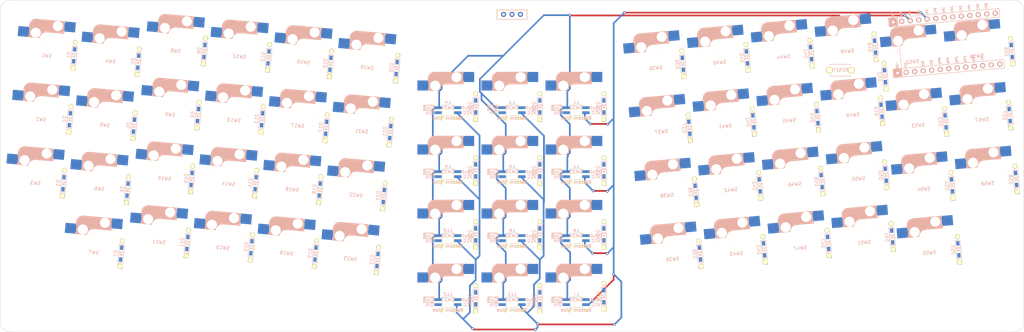
<source format=kicad_pcb>
(kicad_pcb (version 20171130) (host pcbnew "(5.1.12)-1")
  (layers (0 F.Cu signal) (31 B.Cu signal) (34 B.Paste user) (35 F.Paste user) (36 B.SilkS user) (37 F.SilkS user) (38 B.Mask user) (39 F.Mask user) (44 Edge.Cuts user))
  (net 0 "")
  (net 1 "Net-(D1-Pad2)")
  (net 2 Row0)
  (net 3 "Net-(D2-Pad2)")
  (net 4 Row1)
  (net 5 "Net-(D3-Pad2)")
  (net 6 Row2)
  (net 7 "Net-(D4-Pad2)")
  (net 8 "Net-(D5-Pad2)")
  (net 9 "Net-(D6-Pad2)")
  (net 10 "Net-(D7-Pad2)")
  (net 11 Row3)
  (net 12 "Net-(D8-Pad2)")
  (net 13 "Net-(D9-Pad2)")
  (net 14 "Net-(D10-Pad2)")
  (net 15 "Net-(D11-Pad2)")
  (net 16 "Net-(D12-Pad2)")
  (net 17 "Net-(D13-Pad2)")
  (net 18 "Net-(D14-Pad2)")
  (net 19 "Net-(D15-Pad2)")
  (net 20 "Net-(D16-Pad2)")
  (net 21 "Net-(D17-Pad2)")
  (net 22 "Net-(D18-Pad2)")
  (net 23 "Net-(D19-Pad2)")
  (net 24 "Net-(D20-Pad2)")
  (net 25 "Net-(D21-Pad2)")
  (net 26 "Net-(D22-Pad2)")
  (net 27 "Net-(D23-Pad2)")
  (net 28 "Net-(D24-Pad2)")
  (net 29 "Net-(D25-Pad2)")
  (net 30 "Net-(D26-Pad2)")
  (net 31 "Net-(D27-Pad2)")
  (net 32 "Net-(D28-Pad2)")
  (net 33 "Net-(D29-Pad2)")
  (net 34 "Net-(D30-Pad2)")
  (net 35 "Net-(D31-Pad2)")
  (net 36 "Net-(D32-Pad1)")
  (net 37 "Net-(D33-Pad1)")
  (net 38 "Net-(D34-Pad1)")
  (net 39 "Net-(D35-Pad1)")
  (net 40 "Net-(D36-Pad1)")
  (net 41 "Net-(D37-Pad1)")
  (net 42 "Net-(D38-Pad1)")
  (net 43 "Net-(D39-Pad1)")
  (net 44 "Net-(D40-Pad1)")
  (net 45 "Net-(D41-Pad1)")
  (net 46 "Net-(D42-Pad1)")
  (net 47 "Net-(D43-Pad1)")
  (net 48 "Net-(D44-Pad1)")
  (net 49 "Net-(D45-Pad1)")
  (net 50 "Net-(D46-Pad1)")
  (net 51 "Net-(D47-Pad1)")
  (net 52 "Net-(D48-Pad1)")
  (net 53 "Net-(D49-Pad1)")
  (net 54 "Net-(D50-Pad1)")
  (net 55 "Net-(D51-Pad1)")
  (net 56 "Net-(D52-Pad1)")
  (net 57 "Net-(D53-Pad1)")
  (net 58 "Net-(D54-Pad1)")
  (net 59 "Net-(D55-Pad1)")
  (net 60 "Net-(D56-Pad1)")
  (net 61 "Net-(D57-Pad1)")
  (net 62 "Net-(D58-Pad1)")
  (net 63 GND)
  (net 64 Bat+)
  (net 65 LED)
  (net 66 "Net-(L1-Pad1)")
  (net 67 VCC)
  (net 68 "Net-(L2-Pad1)")
  (net 69 "Net-(L3-Pad1)")
  (net 70 "Net-(L4-Pad1)")
  (net 71 "Net-(L5-Pad1)")
  (net 72 "Net-(L6-Pad1)")
  (net 73 "Net-(L7-Pad1)")
  (net 74 "Net-(L8-Pad1)")
  (net 75 "Net-(L10-Pad3)")
  (net 76 "Net-(L10-Pad1)")
  (net 77 "Net-(L11-Pad1)")
  (net 78 "Net-(L12-Pad1)")
  (net 79 Col0)
  (net 80 Col1)
  (net 81 Col2)
  (net 82 Col3)
  (net 83 Col4)
  (net 84 Col5)
  (net 85 Col6)
  (net 86 Col7)
  (net 87 Reset)
  (net 88 "Net-(U1-Pad24)")
  (net 89 "Net-(U1-Pad13)")
  (net 90 "Net-(U1-Pad12)")
  (net 91 "Net-(U1-Pad11)")
  (net 92 "Net-(U1-Pad9)")
  (net 93 "Net-(U1-Pad2)")
  (module kbd_SW:CherryMX_Hotswap_1u_Small1 (layer F.Cu) (at 309.185118 29.897144 5)
    (fp_text reference SW56 (at 0 4 5) (layer B.SilkS) (effects (justify mirror)))
    (fp_text value SW_PUSH hide)
    (pad 1 smd rect (at -7 -2.58 185) (size 3.3 3) (drill (offset 0.45 0)) (layers B.Cu B.Paste B.Mask) (net 85 Col6))
    (pad "" np_thru_hole circle (at -3.81 -2.54 185) (size 3 3) (drill 3) (layers *.Cu *.Mask))
    (pad "" np_thru_hole circle (at 2.54 -5.08 185) (size 3 3) (drill 3) (layers *.Cu *.Mask))
    (pad "" np_thru_hole circle (at 0 0 95) (size 4 4) (drill 4) (layers *.Cu *.Mask F.SilkS))
    (pad "" np_thru_hole circle (at 5.08 0 5) (size 2 2) (drill 2) (layers *.Cu *.Mask F.SilkS))
    (pad "" np_thru_hole circle (at -5.08 0 5) (size 2 2) (drill 2) (layers *.Cu *.Mask F.SilkS))
    (pad 2 smd rect (at 5.7 -5.12 185) (size 3.3 2.8) (drill (offset -0.45 -0.1)) (layers B.Cu B.Paste B.Mask) (net 60 "Net-(D56-Pad1)"))
  )
  (module kbd_SW:CherryMX_Hotswap_1u_Small1 (layer F.Cu) (at 290.207609 31.557461 5)
    (fp_text reference SW52 (at 0 4 5) (layer B.SilkS) (effects (justify mirror)))
    (fp_text value SW_PUSH hide)
    (pad 1 smd rect (at -7 -2.58 185) (size 3.3 3) (drill (offset 0.45 0)) (layers B.Cu B.Paste B.Mask) (net 84 Col5))
    (pad "" np_thru_hole circle (at -3.81 -2.54 185) (size 3 3) (drill 3) (layers *.Cu *.Mask))
    (pad "" np_thru_hole circle (at 2.54 -5.08 185) (size 3 3) (drill 3) (layers *.Cu *.Mask))
    (pad "" np_thru_hole circle (at 0 0 95) (size 4 4) (drill 4) (layers *.Cu *.Mask F.SilkS))
    (pad "" np_thru_hole circle (at 5.08 0 5) (size 2 2) (drill 2) (layers *.Cu *.Mask F.SilkS))
    (pad "" np_thru_hole circle (at -5.08 0 5) (size 2 2) (drill 2) (layers *.Cu *.Mask F.SilkS))
    (pad 2 smd rect (at 5.7 -5.12 185) (size 3.3 2.8) (drill (offset -0.45 -0.1)) (layers B.Cu B.Paste B.Mask) (net 56 "Net-(D52-Pad1)"))
  )
  (module kbd_Parts:Micon_BMP_GL (layer F.Cu) (at 302.387 29.845 95)
    (fp_text reference U1 hide)
    (fp_text value BLEMicroPro hide)
    (fp_text user Row3 (at -5.25 3.302 275) (layer B.SilkS) (effects (font (size 0.75 0.5) (thickness 0.125)) (justify mirror)))
    (fp_text user Col4 (at 9.95 5.85 275) (layer B.SilkS) (effects (font (size 0.75 0.5) (thickness 0.125)) (justify mirror)))
    (fp_text user Row4 (at -5.2 5.85 275) (layer B.SilkS) (effects (font (size 0.75 0.5) (thickness 0.125)) (justify mirror)))
    (fp_text user Col5 (at 9.95 8.4455 275) (layer B.SilkS) (effects (font (size 0.75 0.5) (thickness 0.125)) (justify mirror)))
    (fp_text user Col7 (at -5.2 8.4455 275) (layer B.SilkS) (effects (font (size 0.75 0.5) (thickness 0.125)) (justify mirror)))
    (fp_text user Col6 (at 9.95 10.95 275) (layer B.SilkS) (effects (font (size 0.75 0.5) (thickness 0.125)) (justify mirror)))
    (fp_text user Col0 (at 9.9 -4.3 275) (layer B.SilkS) (effects (font (size 0.75 0.5) (thickness 0.125)) (justify mirror)))
    (fp_text user Row0 (at -5.161 -4.318 275) (layer B.SilkS) (effects (font (size 0.75 0.5) (thickness 0.125)) (justify mirror)))
    (fp_text user Col1 (at 9.85 -1.778 275) (layer B.SilkS) (effects (font (size 0.75 0.5) (thickness 0.125)) (justify mirror)))
    (fp_text user Row1 (at -5.161 -1.778 275) (layer B.SilkS) (effects (font (size 0.75 0.5) (thickness 0.125)) (justify mirror)))
    (fp_text user Col2 (at 9.9 0.762 275) (layer B.SilkS) (effects (font (size 0.75 0.5) (thickness 0.125)) (justify mirror)))
    (fp_text user Row2 (at -5.2 0.8 275) (layer B.SilkS) (effects (font (size 0.75 0.5) (thickness 0.125)) (justify mirror)))
    (fp_text user Col3 (at 9.9 3.35 275) (layer B.SilkS) (effects (font (size 0.75 0.5) (thickness 0.125)) (justify mirror)))
    (fp_text user GND (at -5.361 -6.7945 275) (layer B.SilkS) (effects (font (size 0.75 0.5) (thickness 0.125)) (justify mirror)))
    (fp_text user VCC (at 9.8155 -6.858 275) (layer B.SilkS) (effects (font (size 0.75 0.5) (thickness 0.125)) (justify mirror)))
    (fp_text user GND (at -5.4245 -9.3345 275) (layer B.SilkS) (effects (font (size 0.75 0.5) (thickness 0.125)) (justify mirror)))
    (fp_text user RST (at 9.8155 -9.3345 275) (layer B.SilkS) (effects (font (size 0.75 0.5) (thickness 0.125)) (justify mirror)))
    (fp_text user GND (at 9.8155 -11.938 275) (layer B.SilkS) (effects (font (size 0.75 0.5) (thickness 0.125)) (justify mirror)))
    (fp_text user LED (at -5.5 -14.478 275) (layer B.SilkS) (effects (font (size 0.75 0.5) (thickness 0.125)) (justify mirror)))
    (fp_text user RAW (at 9.8155 -14.478 275) (layer B.SilkS) (effects (font (size 0.75 0.5) (thickness 0.125)) (justify mirror)))
    (fp_text user "" (at 1.2065 -16.256 275) (layer F.SilkS))
    (fp_text user "" (at 0.5 -17.25 275) (layer B.SilkS) (effects (justify mirror)))
    (fp_text user BAT+ (at 9.9155 -17.018 275) (layer B.SilkS) (effects (font (size 0.75 0.5) (thickness 0.125)) (justify mirror)))
    (fp_text user BAT- (at -5.3 -17.018 275) (layer B.SilkS) (effects (font (size 0.75 0.5) (thickness 0.125)) (justify mirror)))
    (fp_text user BMP (at 0 -17 275) (layer B.SilkS) (effects (justify mirror)))
    (pad 24 thru_hole circle (at 7.5636 -14.478 275) (size 1.524 1.524) (drill 0.8128) (layers *.Cu *.Mask B.SilkS) (net 88 "Net-(U1-Pad24)"))
    (pad 23 thru_hole circle (at 7.5636 -11.938 275) (size 1.524 1.524) (drill 0.8128) (layers *.Cu *.Mask B.SilkS) (net 63 GND))
    (pad 22 thru_hole circle (at 7.5636 -9.398 275) (size 1.524 1.524) (drill 0.8128) (layers *.Cu *.Mask B.SilkS) (net 87 Reset))
    (pad 21 thru_hole circle (at 7.5636 -6.858 275) (size 1.524 1.524) (drill 0.8128) (layers *.Cu *.Mask B.SilkS) (net 67 VCC))
    (pad 20 thru_hole circle (at 7.5636 -4.318 275) (size 1.524 1.524) (drill 0.8128) (layers *.Cu *.Mask B.SilkS) (net 79 Col0))
    (pad 19 thru_hole circle (at 7.5636 -1.778 275) (size 1.524 1.524) (drill 0.8128) (layers *.Cu *.Mask B.SilkS) (net 80 Col1))
    (pad 18 thru_hole circle (at 7.5636 0.762 275) (size 1.524 1.524) (drill 0.8128) (layers *.Cu *.Mask B.SilkS) (net 81 Col2))
    (pad 17 thru_hole circle (at 7.5636 3.302 275) (size 1.524 1.524) (drill 0.8128) (layers *.Cu *.Mask B.SilkS) (net 82 Col3))
    (pad 16 thru_hole circle (at 7.5636 5.842 275) (size 1.524 1.524) (drill 0.8128) (layers *.Cu *.Mask B.SilkS) (net 83 Col4))
    (pad 15 thru_hole circle (at 7.5636 8.382 275) (size 1.524 1.524) (drill 0.8128) (layers *.Cu *.Mask B.SilkS) (net 84 Col5))
    (pad 14 thru_hole circle (at 7.5636 10.922 275) (size 1.524 1.524) (drill 0.8128) (layers *.Cu *.Mask B.SilkS) (net 85 Col6))
    (pad 13 thru_hole circle (at 7.5636 13.462 275) (size 1.524 1.524) (drill 0.8128) (layers *.Cu *.Mask B.SilkS) (net 89 "Net-(U1-Pad13)"))
    (pad 12 thru_hole circle (at -7.6564 13.462 275) (size 1.524 1.524) (drill 0.8128) (layers *.Cu *.Mask B.SilkS) (net 90 "Net-(U1-Pad12)"))
    (pad 11 thru_hole circle (at -7.6564 10.922 275) (size 1.524 1.524) (drill 0.8128) (layers *.Cu *.Mask B.SilkS) (net 91 "Net-(U1-Pad11)"))
    (pad 10 thru_hole circle (at -7.6564 8.382 275) (size 1.524 1.524) (drill 0.8128) (layers *.Cu *.Mask B.SilkS) (net 86 Col7))
    (pad 9 thru_hole circle (at -7.6564 5.842 275) (size 1.524 1.524) (drill 0.8128) (layers *.Cu *.Mask B.SilkS) (net 92 "Net-(U1-Pad9)"))
    (pad 8 thru_hole circle (at -7.6564 3.302 275) (size 1.524 1.524) (drill 0.8128) (layers *.Cu *.Mask B.SilkS) (net 11 Row3))
    (pad 7 thru_hole circle (at -7.6564 0.762 275) (size 1.524 1.524) (drill 0.8128) (layers *.Cu *.Mask B.SilkS) (net 6 Row2))
    (pad 6 thru_hole circle (at -7.6564 -1.778 275) (size 1.524 1.524) (drill 0.8128) (layers *.Cu *.Mask B.SilkS) (net 4 Row1))
    (pad 5 thru_hole circle (at -7.6564 -4.318 275) (size 1.524 1.524) (drill 0.8128) (layers *.Cu *.Mask B.SilkS) (net 2 Row0))
    (pad 4 thru_hole circle (at -7.6564 -6.858 275) (size 1.524 1.524) (drill 0.8128) (layers *.Cu *.Mask B.SilkS) (net 63 GND))
    (pad 3 thru_hole circle (at -7.6564 -9.398 275) (size 1.524 1.524) (drill 0.8128) (layers *.Cu *.Mask B.SilkS) (net 63 GND))
    (pad 2 thru_hole circle (at -7.6564 -11.938 275) (size 1.524 1.524) (drill 0.8128) (layers *.Cu *.Mask B.SilkS) (net 93 "Net-(U1-Pad2)"))
    (pad 1 thru_hole circle (at -7.6564 -14.478 275) (size 1.524 1.524) (drill 0.8128) (layers *.Cu *.Mask B.SilkS) (net 65 LED))
    (pad 26 thru_hole circle (at -7.6564 -17.018 275) (size 1.524 1.524) (drill 0.8128) (layers *.Cu *.Mask B.SilkS) (net 63 GND))
    (pad 25 thru_hole circle (at 7.5636 -17.018 275) (size 1.524 1.524) (drill 0.8128) (layers *.Cu *.Mask B.SilkS) (net 64 Bat+))
  )
  (module kbd_Parts:ResetSW (layer F.Cu) (at 269.08125 38.1)
    (fp_text reference SW59 hide)
    (fp_text value SW_PUSH)
    (fp_text user RESET (at 0.127 0) (layer B.SilkS) (effects (justify mirror)))
    (pad 2 thru_hole circle (at -3.25 0) (size 2 2) (drill 1.3) (layers *.Cu *.Mask F.SilkS) (net 63 GND))
    (pad 1 thru_hole circle (at 3.25 0) (size 2 2) (drill 1.3) (layers *.Cu *.Mask F.SilkS) (net 87 Reset))
  )
  (module kbd_SW:CherryMX_Hotswap_1u (layer F.Cu) (at 312.505751 67.852162 5)
    (fp_text reference SW58 (at 0 4 5) (layer B.SilkS) (effects (justify mirror)))
    (fp_text value SW_PUSH hide)
    (pad 2 smd rect (at 5.7 -5.12 185) (size 3.3 3) (drill (offset -0.45 0)) (layers B.Cu B.Paste B.Mask) (net 62 "Net-(D58-Pad1)"))
    (pad "" np_thru_hole circle (at -5.08 0 5) (size 2 2) (drill 2) (layers *.Cu *.Mask F.SilkS))
    (pad "" np_thru_hole circle (at 5.08 0 5) (size 2 2) (drill 2) (layers *.Cu *.Mask F.SilkS))
    (pad "" np_thru_hole circle (at 0 0 95) (size 4 4) (drill 4) (layers *.Cu *.Mask F.SilkS))
    (pad "" np_thru_hole circle (at 2.54 -5.08 185) (size 3 3) (drill 3) (layers *.Cu *.Mask))
    (pad "" np_thru_hole circle (at -3.81 -2.54 185) (size 3 3) (drill 3) (layers *.Cu *.Mask))
    (pad 1 smd rect (at -7 -2.58 185) (size 3.3 3) (drill (offset 0.45 0)) (layers B.Cu B.Paste B.Mask) (net 85 Col6))
  )
  (module kbd_SW:CherryMX_Hotswap_1u (layer F.Cu) (at 310.845434 48.874653 5)
    (fp_text reference SW57 (at 0 4 5) (layer B.SilkS) (effects (justify mirror)))
    (fp_text value SW_PUSH hide)
    (pad 2 smd rect (at 5.7 -5.12 185) (size 3.3 3) (drill (offset -0.45 0)) (layers B.Cu B.Paste B.Mask) (net 61 "Net-(D57-Pad1)"))
    (pad "" np_thru_hole circle (at -5.08 0 5) (size 2 2) (drill 2) (layers *.Cu *.Mask F.SilkS))
    (pad "" np_thru_hole circle (at 5.08 0 5) (size 2 2) (drill 2) (layers *.Cu *.Mask F.SilkS))
    (pad "" np_thru_hole circle (at 0 0 95) (size 4 4) (drill 4) (layers *.Cu *.Mask F.SilkS))
    (pad "" np_thru_hole circle (at 2.54 -5.08 185) (size 3 3) (drill 3) (layers *.Cu *.Mask))
    (pad "" np_thru_hole circle (at -3.81 -2.54 185) (size 3 3) (drill 3) (layers *.Cu *.Mask))
    (pad 1 smd rect (at -7 -2.58 185) (size 3.3 3) (drill (offset 0.45 0)) (layers B.Cu B.Paste B.Mask) (net 85 Col6))
  )
  (module kbd_SW:CherryMX_Hotswap_1u (layer F.Cu) (at 295.188559 88.489988 5)
    (fp_text reference SW55 (at 0 4 5) (layer B.SilkS) (effects (justify mirror)))
    (fp_text value SW_PUSH hide)
    (pad 2 smd rect (at 5.7 -5.12 185) (size 3.3 3) (drill (offset -0.45 0)) (layers B.Cu B.Paste B.Mask) (net 59 "Net-(D55-Pad1)"))
    (pad "" np_thru_hole circle (at -5.08 0 5) (size 2 2) (drill 2) (layers *.Cu *.Mask F.SilkS))
    (pad "" np_thru_hole circle (at 5.08 0 5) (size 2 2) (drill 2) (layers *.Cu *.Mask F.SilkS))
    (pad "" np_thru_hole circle (at 0 0 95) (size 4 4) (drill 4) (layers *.Cu *.Mask F.SilkS))
    (pad "" np_thru_hole circle (at 2.54 -5.08 185) (size 3 3) (drill 3) (layers *.Cu *.Mask))
    (pad "" np_thru_hole circle (at -3.81 -2.54 185) (size 3 3) (drill 3) (layers *.Cu *.Mask))
    (pad 1 smd rect (at -7 -2.58 185) (size 3.3 3) (drill (offset 0.45 0)) (layers B.Cu B.Paste B.Mask) (net 84 Col5))
  )
  (module kbd_SW:CherryMX_Hotswap_1u (layer F.Cu) (at 293.528242 69.512479 5)
    (fp_text reference SW54 (at 0 4 5) (layer B.SilkS) (effects (justify mirror)))
    (fp_text value SW_PUSH hide)
    (pad 2 smd rect (at 5.7 -5.12 185) (size 3.3 3) (drill (offset -0.45 0)) (layers B.Cu B.Paste B.Mask) (net 58 "Net-(D54-Pad1)"))
    (pad "" np_thru_hole circle (at -5.08 0 5) (size 2 2) (drill 2) (layers *.Cu *.Mask F.SilkS))
    (pad "" np_thru_hole circle (at 5.08 0 5) (size 2 2) (drill 2) (layers *.Cu *.Mask F.SilkS))
    (pad "" np_thru_hole circle (at 0 0 95) (size 4 4) (drill 4) (layers *.Cu *.Mask F.SilkS))
    (pad "" np_thru_hole circle (at 2.54 -5.08 185) (size 3 3) (drill 3) (layers *.Cu *.Mask))
    (pad "" np_thru_hole circle (at -3.81 -2.54 185) (size 3 3) (drill 3) (layers *.Cu *.Mask))
    (pad 1 smd rect (at -7 -2.58 185) (size 3.3 3) (drill (offset 0.45 0)) (layers B.Cu B.Paste B.Mask) (net 84 Col5))
  )
  (module kbd_SW:CherryMX_Hotswap_1u (layer F.Cu) (at 291.867925 50.53497 5)
    (fp_text reference SW53 (at 0 4 5) (layer B.SilkS) (effects (justify mirror)))
    (fp_text value SW_PUSH hide)
    (pad 2 smd rect (at 5.7 -5.12 185) (size 3.3 3) (drill (offset -0.45 0)) (layers B.Cu B.Paste B.Mask) (net 57 "Net-(D53-Pad1)"))
    (pad "" np_thru_hole circle (at -5.08 0 5) (size 2 2) (drill 2) (layers *.Cu *.Mask F.SilkS))
    (pad "" np_thru_hole circle (at 5.08 0 5) (size 2 2) (drill 2) (layers *.Cu *.Mask F.SilkS))
    (pad "" np_thru_hole circle (at 0 0 95) (size 4 4) (drill 4) (layers *.Cu *.Mask F.SilkS))
    (pad "" np_thru_hole circle (at 2.54 -5.08 185) (size 3 3) (drill 3) (layers *.Cu *.Mask))
    (pad "" np_thru_hole circle (at -3.81 -2.54 185) (size 3 3) (drill 3) (layers *.Cu *.Mask))
    (pad 1 smd rect (at -7 -2.58 185) (size 3.3 3) (drill (offset 0.45 0)) (layers B.Cu B.Paste B.Mask) (net 84 Col5))
  )
  (module kbd_SW:CherryMX_Hotswap_1u (layer F.Cu) (at 275.795971 85.405927 5)
    (fp_text reference SW51 (at 0 4 5) (layer B.SilkS) (effects (justify mirror)))
    (fp_text value SW_PUSH hide)
    (pad 2 smd rect (at 5.7 -5.12 185) (size 3.3 3) (drill (offset -0.45 0)) (layers B.Cu B.Paste B.Mask) (net 55 "Net-(D51-Pad1)"))
    (pad "" np_thru_hole circle (at -5.08 0 5) (size 2 2) (drill 2) (layers *.Cu *.Mask F.SilkS))
    (pad "" np_thru_hole circle (at 5.08 0 5) (size 2 2) (drill 2) (layers *.Cu *.Mask F.SilkS))
    (pad "" np_thru_hole circle (at 0 0 95) (size 4 4) (drill 4) (layers *.Cu *.Mask F.SilkS))
    (pad "" np_thru_hole circle (at 2.54 -5.08 185) (size 3 3) (drill 3) (layers *.Cu *.Mask))
    (pad "" np_thru_hole circle (at -3.81 -2.54 185) (size 3 3) (drill 3) (layers *.Cu *.Mask))
    (pad 1 smd rect (at -7 -2.58 185) (size 3.3 3) (drill (offset 0.45 0)) (layers B.Cu B.Paste B.Mask) (net 83 Col4))
  )
  (module kbd_SW:CherryMX_Hotswap_1u (layer F.Cu) (at 274.135654 66.428418 5)
    (fp_text reference SW50 (at 0 4 5) (layer B.SilkS) (effects (justify mirror)))
    (fp_text value SW_PUSH hide)
    (pad 2 smd rect (at 5.7 -5.12 185) (size 3.3 3) (drill (offset -0.45 0)) (layers B.Cu B.Paste B.Mask) (net 54 "Net-(D50-Pad1)"))
    (pad "" np_thru_hole circle (at -5.08 0 5) (size 2 2) (drill 2) (layers *.Cu *.Mask F.SilkS))
    (pad "" np_thru_hole circle (at 5.08 0 5) (size 2 2) (drill 2) (layers *.Cu *.Mask F.SilkS))
    (pad "" np_thru_hole circle (at 0 0 95) (size 4 4) (drill 4) (layers *.Cu *.Mask F.SilkS))
    (pad "" np_thru_hole circle (at 2.54 -5.08 185) (size 3 3) (drill 3) (layers *.Cu *.Mask))
    (pad "" np_thru_hole circle (at -3.81 -2.54 185) (size 3 3) (drill 3) (layers *.Cu *.Mask))
    (pad 1 smd rect (at -7 -2.58 185) (size 3.3 3) (drill (offset 0.45 0)) (layers B.Cu B.Paste B.Mask) (net 83 Col4))
  )
  (module kbd_SW:CherryMX_Hotswap_1u (layer F.Cu) (at 272.475337 47.450909 5)
    (fp_text reference SW49 (at 0 4 5) (layer B.SilkS) (effects (justify mirror)))
    (fp_text value SW_PUSH hide)
    (pad 2 smd rect (at 5.7 -5.12 185) (size 3.3 3) (drill (offset -0.45 0)) (layers B.Cu B.Paste B.Mask) (net 53 "Net-(D49-Pad1)"))
    (pad "" np_thru_hole circle (at -5.08 0 5) (size 2 2) (drill 2) (layers *.Cu *.Mask F.SilkS))
    (pad "" np_thru_hole circle (at 5.08 0 5) (size 2 2) (drill 2) (layers *.Cu *.Mask F.SilkS))
    (pad "" np_thru_hole circle (at 0 0 95) (size 4 4) (drill 4) (layers *.Cu *.Mask F.SilkS))
    (pad "" np_thru_hole circle (at 2.54 -5.08 185) (size 3 3) (drill 3) (layers *.Cu *.Mask))
    (pad "" np_thru_hole circle (at -3.81 -2.54 185) (size 3 3) (drill 3) (layers *.Cu *.Mask))
    (pad 1 smd rect (at -7 -2.58 185) (size 3.3 3) (drill (offset 0.45 0)) (layers B.Cu B.Paste B.Mask) (net 83 Col4))
  )
  (module kbd_SW:CherryMX_Hotswap_1u (layer F.Cu) (at 270.81502 28.4734 5)
    (fp_text reference SW48 (at 0 4 5) (layer B.SilkS) (effects (justify mirror)))
    (fp_text value SW_PUSH hide)
    (pad 2 smd rect (at 5.7 -5.12 185) (size 3.3 3) (drill (offset -0.45 0)) (layers B.Cu B.Paste B.Mask) (net 52 "Net-(D48-Pad1)"))
    (pad "" np_thru_hole circle (at -5.08 0 5) (size 2 2) (drill 2) (layers *.Cu *.Mask F.SilkS))
    (pad "" np_thru_hole circle (at 5.08 0 5) (size 2 2) (drill 2) (layers *.Cu *.Mask F.SilkS))
    (pad "" np_thru_hole circle (at 0 0 95) (size 4 4) (drill 4) (layers *.Cu *.Mask F.SilkS))
    (pad "" np_thru_hole circle (at 2.54 -5.08 185) (size 3 3) (drill 3) (layers *.Cu *.Mask))
    (pad "" np_thru_hole circle (at -3.81 -2.54 185) (size 3 3) (drill 3) (layers *.Cu *.Mask))
    (pad 1 smd rect (at -7 -2.58 185) (size 3.3 3) (drill (offset 0.45 0)) (layers B.Cu B.Paste B.Mask) (net 83 Col4))
  )
  (module kbd_SW:CherryMX_Hotswap_1u (layer F.Cu) (at 256.818462 87.066244 5)
    (fp_text reference SW47 (at 0 4 5) (layer B.SilkS) (effects (justify mirror)))
    (fp_text value SW_PUSH hide)
    (pad 2 smd rect (at 5.7 -5.12 185) (size 3.3 3) (drill (offset -0.45 0)) (layers B.Cu B.Paste B.Mask) (net 51 "Net-(D47-Pad1)"))
    (pad "" np_thru_hole circle (at -5.08 0 5) (size 2 2) (drill 2) (layers *.Cu *.Mask F.SilkS))
    (pad "" np_thru_hole circle (at 5.08 0 5) (size 2 2) (drill 2) (layers *.Cu *.Mask F.SilkS))
    (pad "" np_thru_hole circle (at 0 0 95) (size 4 4) (drill 4) (layers *.Cu *.Mask F.SilkS))
    (pad "" np_thru_hole circle (at 2.54 -5.08 185) (size 3 3) (drill 3) (layers *.Cu *.Mask))
    (pad "" np_thru_hole circle (at -3.81 -2.54 185) (size 3 3) (drill 3) (layers *.Cu *.Mask))
    (pad 1 smd rect (at -7 -2.58 185) (size 3.3 3) (drill (offset 0.45 0)) (layers B.Cu B.Paste B.Mask) (net 82 Col3))
  )
  (module kbd_SW:CherryMX_Hotswap_1u (layer F.Cu) (at 255.158145 68.088735 5)
    (fp_text reference SW46 (at 0 4 5) (layer B.SilkS) (effects (justify mirror)))
    (fp_text value SW_PUSH hide)
    (pad 2 smd rect (at 5.7 -5.12 185) (size 3.3 3) (drill (offset -0.45 0)) (layers B.Cu B.Paste B.Mask) (net 50 "Net-(D46-Pad1)"))
    (pad "" np_thru_hole circle (at -5.08 0 5) (size 2 2) (drill 2) (layers *.Cu *.Mask F.SilkS))
    (pad "" np_thru_hole circle (at 5.08 0 5) (size 2 2) (drill 2) (layers *.Cu *.Mask F.SilkS))
    (pad "" np_thru_hole circle (at 0 0 95) (size 4 4) (drill 4) (layers *.Cu *.Mask F.SilkS))
    (pad "" np_thru_hole circle (at 2.54 -5.08 185) (size 3 3) (drill 3) (layers *.Cu *.Mask))
    (pad "" np_thru_hole circle (at -3.81 -2.54 185) (size 3 3) (drill 3) (layers *.Cu *.Mask))
    (pad 1 smd rect (at -7 -2.58 185) (size 3.3 3) (drill (offset 0.45 0)) (layers B.Cu B.Paste B.Mask) (net 82 Col3))
  )
  (module kbd_SW:CherryMX_Hotswap_1u (layer F.Cu) (at 253.497828 49.111226 5)
    (fp_text reference SW45 (at 0 4 5) (layer B.SilkS) (effects (justify mirror)))
    (fp_text value SW_PUSH hide)
    (pad 2 smd rect (at 5.7 -5.12 185) (size 3.3 3) (drill (offset -0.45 0)) (layers B.Cu B.Paste B.Mask) (net 49 "Net-(D45-Pad1)"))
    (pad "" np_thru_hole circle (at -5.08 0 5) (size 2 2) (drill 2) (layers *.Cu *.Mask F.SilkS))
    (pad "" np_thru_hole circle (at 5.08 0 5) (size 2 2) (drill 2) (layers *.Cu *.Mask F.SilkS))
    (pad "" np_thru_hole circle (at 0 0 95) (size 4 4) (drill 4) (layers *.Cu *.Mask F.SilkS))
    (pad "" np_thru_hole circle (at 2.54 -5.08 185) (size 3 3) (drill 3) (layers *.Cu *.Mask))
    (pad "" np_thru_hole circle (at -3.81 -2.54 185) (size 3 3) (drill 3) (layers *.Cu *.Mask))
    (pad 1 smd rect (at -7 -2.58 185) (size 3.3 3) (drill (offset 0.45 0)) (layers B.Cu B.Paste B.Mask) (net 82 Col3))
  )
  (module kbd_SW:CherryMX_Hotswap_1u (layer F.Cu) (at 251.837511 30.133717 5)
    (fp_text reference SW44 (at 0 4 5) (layer B.SilkS) (effects (justify mirror)))
    (fp_text value SW_PUSH hide)
    (pad 2 smd rect (at 5.7 -5.12 185) (size 3.3 3) (drill (offset -0.45 0)) (layers B.Cu B.Paste B.Mask) (net 48 "Net-(D44-Pad1)"))
    (pad "" np_thru_hole circle (at -5.08 0 5) (size 2 2) (drill 2) (layers *.Cu *.Mask F.SilkS))
    (pad "" np_thru_hole circle (at 5.08 0 5) (size 2 2) (drill 2) (layers *.Cu *.Mask F.SilkS))
    (pad "" np_thru_hole circle (at 0 0 95) (size 4 4) (drill 4) (layers *.Cu *.Mask F.SilkS))
    (pad "" np_thru_hole circle (at 2.54 -5.08 185) (size 3 3) (drill 3) (layers *.Cu *.Mask))
    (pad "" np_thru_hole circle (at -3.81 -2.54 185) (size 3 3) (drill 3) (layers *.Cu *.Mask))
    (pad 1 smd rect (at -7 -2.58 185) (size 3.3 3) (drill (offset 0.45 0)) (layers B.Cu B.Paste B.Mask) (net 82 Col3))
  )
  (module kbd_SW:CherryMX_Hotswap_1u (layer F.Cu) (at 237.840953 88.726561 5)
    (fp_text reference SW43 (at 0 4 5) (layer B.SilkS) (effects (justify mirror)))
    (fp_text value SW_PUSH hide)
    (pad 2 smd rect (at 5.7 -5.12 185) (size 3.3 3) (drill (offset -0.45 0)) (layers B.Cu B.Paste B.Mask) (net 47 "Net-(D43-Pad1)"))
    (pad "" np_thru_hole circle (at -5.08 0 5) (size 2 2) (drill 2) (layers *.Cu *.Mask F.SilkS))
    (pad "" np_thru_hole circle (at 5.08 0 5) (size 2 2) (drill 2) (layers *.Cu *.Mask F.SilkS))
    (pad "" np_thru_hole circle (at 0 0 95) (size 4 4) (drill 4) (layers *.Cu *.Mask F.SilkS))
    (pad "" np_thru_hole circle (at 2.54 -5.08 185) (size 3 3) (drill 3) (layers *.Cu *.Mask))
    (pad "" np_thru_hole circle (at -3.81 -2.54 185) (size 3 3) (drill 3) (layers *.Cu *.Mask))
    (pad 1 smd rect (at -7 -2.58 185) (size 3.3 3) (drill (offset 0.45 0)) (layers B.Cu B.Paste B.Mask) (net 81 Col2))
  )
  (module kbd_SW:CherryMX_Hotswap_1u (layer F.Cu) (at 236.180636 69.749052 5)
    (fp_text reference SW42 (at 0 4 5) (layer B.SilkS) (effects (justify mirror)))
    (fp_text value SW_PUSH hide)
    (pad 2 smd rect (at 5.7 -5.12 185) (size 3.3 3) (drill (offset -0.45 0)) (layers B.Cu B.Paste B.Mask) (net 46 "Net-(D42-Pad1)"))
    (pad "" np_thru_hole circle (at -5.08 0 5) (size 2 2) (drill 2) (layers *.Cu *.Mask F.SilkS))
    (pad "" np_thru_hole circle (at 5.08 0 5) (size 2 2) (drill 2) (layers *.Cu *.Mask F.SilkS))
    (pad "" np_thru_hole circle (at 0 0 95) (size 4 4) (drill 4) (layers *.Cu *.Mask F.SilkS))
    (pad "" np_thru_hole circle (at 2.54 -5.08 185) (size 3 3) (drill 3) (layers *.Cu *.Mask))
    (pad "" np_thru_hole circle (at -3.81 -2.54 185) (size 3 3) (drill 3) (layers *.Cu *.Mask))
    (pad 1 smd rect (at -7 -2.58 185) (size 3.3 3) (drill (offset 0.45 0)) (layers B.Cu B.Paste B.Mask) (net 81 Col2))
  )
  (module kbd_SW:CherryMX_Hotswap_1u (layer F.Cu) (at 234.520319 50.771543 5)
    (fp_text reference SW41 (at 0 4 5) (layer B.SilkS) (effects (justify mirror)))
    (fp_text value SW_PUSH hide)
    (pad 2 smd rect (at 5.7 -5.12 185) (size 3.3 3) (drill (offset -0.45 0)) (layers B.Cu B.Paste B.Mask) (net 45 "Net-(D41-Pad1)"))
    (pad "" np_thru_hole circle (at -5.08 0 5) (size 2 2) (drill 2) (layers *.Cu *.Mask F.SilkS))
    (pad "" np_thru_hole circle (at 5.08 0 5) (size 2 2) (drill 2) (layers *.Cu *.Mask F.SilkS))
    (pad "" np_thru_hole circle (at 0 0 95) (size 4 4) (drill 4) (layers *.Cu *.Mask F.SilkS))
    (pad "" np_thru_hole circle (at 2.54 -5.08 185) (size 3 3) (drill 3) (layers *.Cu *.Mask))
    (pad "" np_thru_hole circle (at -3.81 -2.54 185) (size 3 3) (drill 3) (layers *.Cu *.Mask))
    (pad 1 smd rect (at -7 -2.58 185) (size 3.3 3) (drill (offset 0.45 0)) (layers B.Cu B.Paste B.Mask) (net 81 Col2))
  )
  (module kbd_SW:CherryMX_Hotswap_1u (layer F.Cu) (at 232.860002 31.794034 5)
    (fp_text reference SW40 (at 0 4 5) (layer B.SilkS) (effects (justify mirror)))
    (fp_text value SW_PUSH hide)
    (pad 2 smd rect (at 5.7 -5.12 185) (size 3.3 3) (drill (offset -0.45 0)) (layers B.Cu B.Paste B.Mask) (net 44 "Net-(D40-Pad1)"))
    (pad "" np_thru_hole circle (at -5.08 0 5) (size 2 2) (drill 2) (layers *.Cu *.Mask F.SilkS))
    (pad "" np_thru_hole circle (at 5.08 0 5) (size 2 2) (drill 2) (layers *.Cu *.Mask F.SilkS))
    (pad "" np_thru_hole circle (at 0 0 95) (size 4 4) (drill 4) (layers *.Cu *.Mask F.SilkS))
    (pad "" np_thru_hole circle (at 2.54 -5.08 185) (size 3 3) (drill 3) (layers *.Cu *.Mask))
    (pad "" np_thru_hole circle (at -3.81 -2.54 185) (size 3 3) (drill 3) (layers *.Cu *.Mask))
    (pad 1 smd rect (at -7 -2.58 185) (size 3.3 3) (drill (offset 0.45 0)) (layers B.Cu B.Paste B.Mask) (net 81 Col2))
  )
  (module kbd_SW:CherryMX_Hotswap_1u (layer F.Cu) (at 218.863444 90.386878 5)
    (fp_text reference SW39 (at 0 4 5) (layer B.SilkS) (effects (justify mirror)))
    (fp_text value SW_PUSH hide)
    (pad 2 smd rect (at 5.7 -5.12 185) (size 3.3 3) (drill (offset -0.45 0)) (layers B.Cu B.Paste B.Mask) (net 43 "Net-(D39-Pad1)"))
    (pad "" np_thru_hole circle (at -5.08 0 5) (size 2 2) (drill 2) (layers *.Cu *.Mask F.SilkS))
    (pad "" np_thru_hole circle (at 5.08 0 5) (size 2 2) (drill 2) (layers *.Cu *.Mask F.SilkS))
    (pad "" np_thru_hole circle (at 0 0 95) (size 4 4) (drill 4) (layers *.Cu *.Mask F.SilkS))
    (pad "" np_thru_hole circle (at 2.54 -5.08 185) (size 3 3) (drill 3) (layers *.Cu *.Mask))
    (pad "" np_thru_hole circle (at -3.81 -2.54 185) (size 3 3) (drill 3) (layers *.Cu *.Mask))
    (pad 1 smd rect (at -7 -2.58 185) (size 3.3 3) (drill (offset 0.45 0)) (layers B.Cu B.Paste B.Mask) (net 80 Col1))
  )
  (module kbd_SW:CherryMX_Hotswap_1u (layer F.Cu) (at 217.203127 71.409369 5)
    (fp_text reference SW38 (at 0 4 5) (layer B.SilkS) (effects (justify mirror)))
    (fp_text value SW_PUSH hide)
    (pad 2 smd rect (at 5.7 -5.12 185) (size 3.3 3) (drill (offset -0.45 0)) (layers B.Cu B.Paste B.Mask) (net 42 "Net-(D38-Pad1)"))
    (pad "" np_thru_hole circle (at -5.08 0 5) (size 2 2) (drill 2) (layers *.Cu *.Mask F.SilkS))
    (pad "" np_thru_hole circle (at 5.08 0 5) (size 2 2) (drill 2) (layers *.Cu *.Mask F.SilkS))
    (pad "" np_thru_hole circle (at 0 0 95) (size 4 4) (drill 4) (layers *.Cu *.Mask F.SilkS))
    (pad "" np_thru_hole circle (at 2.54 -5.08 185) (size 3 3) (drill 3) (layers *.Cu *.Mask))
    (pad "" np_thru_hole circle (at -3.81 -2.54 185) (size 3 3) (drill 3) (layers *.Cu *.Mask))
    (pad 1 smd rect (at -7 -2.58 185) (size 3.3 3) (drill (offset 0.45 0)) (layers B.Cu B.Paste B.Mask) (net 80 Col1))
  )
  (module kbd_SW:CherryMX_Hotswap_1u (layer F.Cu) (at 215.54281 52.43186 5)
    (fp_text reference SW37 (at 0 4 5) (layer B.SilkS) (effects (justify mirror)))
    (fp_text value SW_PUSH hide)
    (pad 2 smd rect (at 5.7 -5.12 185) (size 3.3 3) (drill (offset -0.45 0)) (layers B.Cu B.Paste B.Mask) (net 41 "Net-(D37-Pad1)"))
    (pad "" np_thru_hole circle (at -5.08 0 5) (size 2 2) (drill 2) (layers *.Cu *.Mask F.SilkS))
    (pad "" np_thru_hole circle (at 5.08 0 5) (size 2 2) (drill 2) (layers *.Cu *.Mask F.SilkS))
    (pad "" np_thru_hole circle (at 0 0 95) (size 4 4) (drill 4) (layers *.Cu *.Mask F.SilkS))
    (pad "" np_thru_hole circle (at 2.54 -5.08 185) (size 3 3) (drill 3) (layers *.Cu *.Mask))
    (pad "" np_thru_hole circle (at -3.81 -2.54 185) (size 3 3) (drill 3) (layers *.Cu *.Mask))
    (pad 1 smd rect (at -7 -2.58 185) (size 3.3 3) (drill (offset 0.45 0)) (layers B.Cu B.Paste B.Mask) (net 80 Col1))
  )
  (module kbd_SW:CherryMX_Hotswap_1u (layer F.Cu) (at 213.882493 33.454351 5)
    (fp_text reference SW36 (at 0 4 5) (layer B.SilkS) (effects (justify mirror)))
    (fp_text value SW_PUSH hide)
    (pad 2 smd rect (at 5.7 -5.12 185) (size 3.3 3) (drill (offset -0.45 0)) (layers B.Cu B.Paste B.Mask) (net 40 "Net-(D36-Pad1)"))
    (pad "" np_thru_hole circle (at -5.08 0 5) (size 2 2) (drill 2) (layers *.Cu *.Mask F.SilkS))
    (pad "" np_thru_hole circle (at 5.08 0 5) (size 2 2) (drill 2) (layers *.Cu *.Mask F.SilkS))
    (pad "" np_thru_hole circle (at 0 0 95) (size 4 4) (drill 4) (layers *.Cu *.Mask F.SilkS))
    (pad "" np_thru_hole circle (at 2.54 -5.08 185) (size 3 3) (drill 3) (layers *.Cu *.Mask))
    (pad "" np_thru_hole circle (at -3.81 -2.54 185) (size 3 3) (drill 3) (layers *.Cu *.Mask))
    (pad 1 smd rect (at -7 -2.58 185) (size 3.3 3) (drill (offset 0.45 0)) (layers B.Cu B.Paste B.Mask) (net 80 Col1))
  )
  (module kbd_SW:CherryMX_Hotswap_1u (layer F.Cu) (at 190.5 102.39375)
    (fp_text reference SW35 (at 0 4) (layer B.SilkS) (effects (justify mirror)))
    (fp_text value SW_PUSH hide)
    (pad 2 smd rect (at 5.7 -5.12 180) (size 3.3 3) (drill (offset -0.45 0)) (layers B.Cu B.Paste B.Mask) (net 39 "Net-(D35-Pad1)"))
    (pad "" np_thru_hole circle (at -5.08 0) (size 2 2) (drill 2) (layers *.Cu *.Mask F.SilkS))
    (pad "" np_thru_hole circle (at 5.08 0) (size 2 2) (drill 2) (layers *.Cu *.Mask F.SilkS))
    (pad "" np_thru_hole circle (at 0 0 90) (size 4 4) (drill 4) (layers *.Cu *.Mask F.SilkS))
    (pad "" np_thru_hole circle (at 2.54 -5.08 180) (size 3 3) (drill 3) (layers *.Cu *.Mask))
    (pad "" np_thru_hole circle (at -3.81 -2.54 180) (size 3 3) (drill 3) (layers *.Cu *.Mask))
    (pad 1 smd rect (at -7 -2.58 180) (size 3.3 3) (drill (offset 0.45 0)) (layers B.Cu B.Paste B.Mask) (net 79 Col0))
  )
  (module kbd_SW:CherryMX_Hotswap_1u (layer F.Cu) (at 190.5 83.34375)
    (fp_text reference SW34 (at 0 4) (layer B.SilkS) (effects (justify mirror)))
    (fp_text value SW_PUSH hide)
    (pad 2 smd rect (at 5.7 -5.12 180) (size 3.3 3) (drill (offset -0.45 0)) (layers B.Cu B.Paste B.Mask) (net 38 "Net-(D34-Pad1)"))
    (pad "" np_thru_hole circle (at -5.08 0) (size 2 2) (drill 2) (layers *.Cu *.Mask F.SilkS))
    (pad "" np_thru_hole circle (at 5.08 0) (size 2 2) (drill 2) (layers *.Cu *.Mask F.SilkS))
    (pad "" np_thru_hole circle (at 0 0 90) (size 4 4) (drill 4) (layers *.Cu *.Mask F.SilkS))
    (pad "" np_thru_hole circle (at 2.54 -5.08 180) (size 3 3) (drill 3) (layers *.Cu *.Mask))
    (pad "" np_thru_hole circle (at -3.81 -2.54 180) (size 3 3) (drill 3) (layers *.Cu *.Mask))
    (pad 1 smd rect (at -7 -2.58 180) (size 3.3 3) (drill (offset 0.45 0)) (layers B.Cu B.Paste B.Mask) (net 79 Col0))
  )
  (module kbd_SW:CherryMX_Hotswap_1u (layer F.Cu) (at 190.5 64.29375)
    (fp_text reference SW33 (at 0 4) (layer B.SilkS) (effects (justify mirror)))
    (fp_text value SW_PUSH hide)
    (pad 2 smd rect (at 5.7 -5.12 180) (size 3.3 3) (drill (offset -0.45 0)) (layers B.Cu B.Paste B.Mask) (net 37 "Net-(D33-Pad1)"))
    (pad "" np_thru_hole circle (at -5.08 0) (size 2 2) (drill 2) (layers *.Cu *.Mask F.SilkS))
    (pad "" np_thru_hole circle (at 5.08 0) (size 2 2) (drill 2) (layers *.Cu *.Mask F.SilkS))
    (pad "" np_thru_hole circle (at 0 0 90) (size 4 4) (drill 4) (layers *.Cu *.Mask F.SilkS))
    (pad "" np_thru_hole circle (at 2.54 -5.08 180) (size 3 3) (drill 3) (layers *.Cu *.Mask))
    (pad "" np_thru_hole circle (at -3.81 -2.54 180) (size 3 3) (drill 3) (layers *.Cu *.Mask))
    (pad 1 smd rect (at -7 -2.58 180) (size 3.3 3) (drill (offset 0.45 0)) (layers B.Cu B.Paste B.Mask) (net 79 Col0))
  )
  (module kbd_SW:CherryMX_Hotswap_1u (layer F.Cu) (at 190.5 45.24375)
    (fp_text reference SW32 (at 0 4) (layer B.SilkS) (effects (justify mirror)))
    (fp_text value SW_PUSH hide)
    (pad 2 smd rect (at 5.7 -5.12 180) (size 3.3 3) (drill (offset -0.45 0)) (layers B.Cu B.Paste B.Mask) (net 36 "Net-(D32-Pad1)"))
    (pad "" np_thru_hole circle (at -5.08 0) (size 2 2) (drill 2) (layers *.Cu *.Mask F.SilkS))
    (pad "" np_thru_hole circle (at 5.08 0) (size 2 2) (drill 2) (layers *.Cu *.Mask F.SilkS))
    (pad "" np_thru_hole circle (at 0 0 90) (size 4 4) (drill 4) (layers *.Cu *.Mask F.SilkS))
    (pad "" np_thru_hole circle (at 2.54 -5.08 180) (size 3 3) (drill 3) (layers *.Cu *.Mask))
    (pad "" np_thru_hole circle (at -3.81 -2.54 180) (size 3 3) (drill 3) (layers *.Cu *.Mask))
    (pad 1 smd rect (at -7 -2.58 180) (size 3.3 3) (drill (offset 0.45 0)) (layers B.Cu B.Paste B.Mask) (net 79 Col0))
  )
  (module kbd_SW:CherryMX_Hotswap_1u (layer F.Cu) (at 171.45 102.39375)
    (fp_text reference SW31 (at 0 4) (layer B.SilkS) (effects (justify mirror)))
    (fp_text value SW_PUSH hide)
    (pad 2 smd rect (at 5.7 -5.12 180) (size 3.3 3) (drill (offset -0.45 0)) (layers B.Cu B.Paste B.Mask) (net 35 "Net-(D31-Pad2)"))
    (pad "" np_thru_hole circle (at -5.08 0) (size 2 2) (drill 2) (layers *.Cu *.Mask F.SilkS))
    (pad "" np_thru_hole circle (at 5.08 0) (size 2 2) (drill 2) (layers *.Cu *.Mask F.SilkS))
    (pad "" np_thru_hole circle (at 0 0 90) (size 4 4) (drill 4) (layers *.Cu *.Mask F.SilkS))
    (pad "" np_thru_hole circle (at 2.54 -5.08 180) (size 3 3) (drill 3) (layers *.Cu *.Mask))
    (pad "" np_thru_hole circle (at -3.81 -2.54 180) (size 3 3) (drill 3) (layers *.Cu *.Mask))
    (pad 1 smd rect (at -7 -2.58 180) (size 3.3 3) (drill (offset 0.45 0)) (layers B.Cu B.Paste B.Mask) (net 86 Col7))
  )
  (module kbd_SW:CherryMX_Hotswap_1u (layer F.Cu) (at 171.45 83.34375)
    (fp_text reference SW30 (at 0 4) (layer B.SilkS) (effects (justify mirror)))
    (fp_text value SW_PUSH hide)
    (pad 2 smd rect (at 5.7 -5.12 180) (size 3.3 3) (drill (offset -0.45 0)) (layers B.Cu B.Paste B.Mask) (net 34 "Net-(D30-Pad2)"))
    (pad "" np_thru_hole circle (at -5.08 0) (size 2 2) (drill 2) (layers *.Cu *.Mask F.SilkS))
    (pad "" np_thru_hole circle (at 5.08 0) (size 2 2) (drill 2) (layers *.Cu *.Mask F.SilkS))
    (pad "" np_thru_hole circle (at 0 0 90) (size 4 4) (drill 4) (layers *.Cu *.Mask F.SilkS))
    (pad "" np_thru_hole circle (at 2.54 -5.08 180) (size 3 3) (drill 3) (layers *.Cu *.Mask))
    (pad "" np_thru_hole circle (at -3.81 -2.54 180) (size 3 3) (drill 3) (layers *.Cu *.Mask))
    (pad 1 smd rect (at -7 -2.58 180) (size 3.3 3) (drill (offset 0.45 0)) (layers B.Cu B.Paste B.Mask) (net 86 Col7))
  )
  (module kbd_SW:CherryMX_Hotswap_1u (layer F.Cu) (at 171.45 64.29375)
    (fp_text reference SW29 (at 0 4) (layer B.SilkS) (effects (justify mirror)))
    (fp_text value SW_PUSH hide)
    (pad 2 smd rect (at 5.7 -5.12 180) (size 3.3 3) (drill (offset -0.45 0)) (layers B.Cu B.Paste B.Mask) (net 33 "Net-(D29-Pad2)"))
    (pad "" np_thru_hole circle (at -5.08 0) (size 2 2) (drill 2) (layers *.Cu *.Mask F.SilkS))
    (pad "" np_thru_hole circle (at 5.08 0) (size 2 2) (drill 2) (layers *.Cu *.Mask F.SilkS))
    (pad "" np_thru_hole circle (at 0 0 90) (size 4 4) (drill 4) (layers *.Cu *.Mask F.SilkS))
    (pad "" np_thru_hole circle (at 2.54 -5.08 180) (size 3 3) (drill 3) (layers *.Cu *.Mask))
    (pad "" np_thru_hole circle (at -3.81 -2.54 180) (size 3 3) (drill 3) (layers *.Cu *.Mask))
    (pad 1 smd rect (at -7 -2.58 180) (size 3.3 3) (drill (offset 0.45 0)) (layers B.Cu B.Paste B.Mask) (net 86 Col7))
  )
  (module kbd_SW:CherryMX_Hotswap_1u (layer F.Cu) (at 171.45 45.24375)
    (fp_text reference SW28 (at 0 4) (layer B.SilkS) (effects (justify mirror)))
    (fp_text value SW_PUSH hide)
    (pad 2 smd rect (at 5.7 -5.12 180) (size 3.3 3) (drill (offset -0.45 0)) (layers B.Cu B.Paste B.Mask) (net 32 "Net-(D28-Pad2)"))
    (pad "" np_thru_hole circle (at -5.08 0) (size 2 2) (drill 2) (layers *.Cu *.Mask F.SilkS))
    (pad "" np_thru_hole circle (at 5.08 0) (size 2 2) (drill 2) (layers *.Cu *.Mask F.SilkS))
    (pad "" np_thru_hole circle (at 0 0 90) (size 4 4) (drill 4) (layers *.Cu *.Mask F.SilkS))
    (pad "" np_thru_hole circle (at 2.54 -5.08 180) (size 3 3) (drill 3) (layers *.Cu *.Mask))
    (pad "" np_thru_hole circle (at -3.81 -2.54 180) (size 3 3) (drill 3) (layers *.Cu *.Mask))
    (pad 1 smd rect (at -7 -2.58 180) (size 3.3 3) (drill (offset 0.45 0)) (layers B.Cu B.Paste B.Mask) (net 86 Col7))
  )
  (module kbd_SW:CherryMX_Hotswap_1u (layer F.Cu) (at 152.4 102.39375)
    (fp_text reference SW27 (at 0 4) (layer B.SilkS) (effects (justify mirror)))
    (fp_text value SW_PUSH hide)
    (pad 2 smd rect (at 5.7 -5.12 180) (size 3.3 3) (drill (offset -0.45 0)) (layers B.Cu B.Paste B.Mask) (net 31 "Net-(D27-Pad2)"))
    (pad "" np_thru_hole circle (at -5.08 0) (size 2 2) (drill 2) (layers *.Cu *.Mask F.SilkS))
    (pad "" np_thru_hole circle (at 5.08 0) (size 2 2) (drill 2) (layers *.Cu *.Mask F.SilkS))
    (pad "" np_thru_hole circle (at 0 0 90) (size 4 4) (drill 4) (layers *.Cu *.Mask F.SilkS))
    (pad "" np_thru_hole circle (at 2.54 -5.08 180) (size 3 3) (drill 3) (layers *.Cu *.Mask))
    (pad "" np_thru_hole circle (at -3.81 -2.54 180) (size 3 3) (drill 3) (layers *.Cu *.Mask))
    (pad 1 smd rect (at -7 -2.58 180) (size 3.3 3) (drill (offset 0.45 0)) (layers B.Cu B.Paste B.Mask) (net 85 Col6))
  )
  (module kbd_SW:CherryMX_Hotswap_1u (layer F.Cu) (at 152.4 83.34375)
    (fp_text reference SW26 (at 0 4) (layer B.SilkS) (effects (justify mirror)))
    (fp_text value SW_PUSH hide)
    (pad 2 smd rect (at 5.7 -5.12 180) (size 3.3 3) (drill (offset -0.45 0)) (layers B.Cu B.Paste B.Mask) (net 30 "Net-(D26-Pad2)"))
    (pad "" np_thru_hole circle (at -5.08 0) (size 2 2) (drill 2) (layers *.Cu *.Mask F.SilkS))
    (pad "" np_thru_hole circle (at 5.08 0) (size 2 2) (drill 2) (layers *.Cu *.Mask F.SilkS))
    (pad "" np_thru_hole circle (at 0 0 90) (size 4 4) (drill 4) (layers *.Cu *.Mask F.SilkS))
    (pad "" np_thru_hole circle (at 2.54 -5.08 180) (size 3 3) (drill 3) (layers *.Cu *.Mask))
    (pad "" np_thru_hole circle (at -3.81 -2.54 180) (size 3 3) (drill 3) (layers *.Cu *.Mask))
    (pad 1 smd rect (at -7 -2.58 180) (size 3.3 3) (drill (offset 0.45 0)) (layers B.Cu B.Paste B.Mask) (net 85 Col6))
  )
  (module kbd_SW:CherryMX_Hotswap_1u (layer F.Cu) (at 152.4 64.29375)
    (fp_text reference SW25 (at 0 4) (layer B.SilkS) (effects (justify mirror)))
    (fp_text value SW_PUSH hide)
    (pad 2 smd rect (at 5.7 -5.12 180) (size 3.3 3) (drill (offset -0.45 0)) (layers B.Cu B.Paste B.Mask) (net 29 "Net-(D25-Pad2)"))
    (pad "" np_thru_hole circle (at -5.08 0) (size 2 2) (drill 2) (layers *.Cu *.Mask F.SilkS))
    (pad "" np_thru_hole circle (at 5.08 0) (size 2 2) (drill 2) (layers *.Cu *.Mask F.SilkS))
    (pad "" np_thru_hole circle (at 0 0 90) (size 4 4) (drill 4) (layers *.Cu *.Mask F.SilkS))
    (pad "" np_thru_hole circle (at 2.54 -5.08 180) (size 3 3) (drill 3) (layers *.Cu *.Mask))
    (pad "" np_thru_hole circle (at -3.81 -2.54 180) (size 3 3) (drill 3) (layers *.Cu *.Mask))
    (pad 1 smd rect (at -7 -2.58 180) (size 3.3 3) (drill (offset 0.45 0)) (layers B.Cu B.Paste B.Mask) (net 85 Col6))
  )
  (module kbd_SW:CherryMX_Hotswap_1u (layer F.Cu) (at 152.4 45.24375)
    (fp_text reference SW24 (at 0 4) (layer B.SilkS) (effects (justify mirror)))
    (fp_text value SW_PUSH hide)
    (pad 2 smd rect (at 5.7 -5.12 180) (size 3.3 3) (drill (offset -0.45 0)) (layers B.Cu B.Paste B.Mask) (net 28 "Net-(D24-Pad2)"))
    (pad "" np_thru_hole circle (at -5.08 0) (size 2 2) (drill 2) (layers *.Cu *.Mask F.SilkS))
    (pad "" np_thru_hole circle (at 5.08 0) (size 2 2) (drill 2) (layers *.Cu *.Mask F.SilkS))
    (pad "" np_thru_hole circle (at 0 0 90) (size 4 4) (drill 4) (layers *.Cu *.Mask F.SilkS))
    (pad "" np_thru_hole circle (at 2.54 -5.08 180) (size 3 3) (drill 3) (layers *.Cu *.Mask))
    (pad "" np_thru_hole circle (at -3.81 -2.54 180) (size 3 3) (drill 3) (layers *.Cu *.Mask))
    (pad 1 smd rect (at -7 -2.58 180) (size 3.3 3) (drill (offset 0.45 0)) (layers B.Cu B.Paste B.Mask) (net 85 Col6))
  )
  (module kbd_SW:CherryMX_Hotswap_1u (layer F.Cu) (at 123.764818 90.286265 355)
    (fp_text reference SW23 (at 0 4 175) (layer B.SilkS) (effects (justify mirror)))
    (fp_text value SW_PUSH hide)
    (pad 2 smd rect (at 5.7 -5.12 175) (size 3.3 3) (drill (offset -0.45 0)) (layers B.Cu B.Paste B.Mask) (net 27 "Net-(D23-Pad2)"))
    (pad "" np_thru_hole circle (at -5.08 0 355) (size 2 2) (drill 2) (layers *.Cu *.Mask F.SilkS))
    (pad "" np_thru_hole circle (at 5.08 0 355) (size 2 2) (drill 2) (layers *.Cu *.Mask F.SilkS))
    (pad "" np_thru_hole circle (at 0 0 85) (size 4 4) (drill 4) (layers *.Cu *.Mask F.SilkS))
    (pad "" np_thru_hole circle (at 2.54 -5.08 175) (size 3 3) (drill 3) (layers *.Cu *.Mask))
    (pad "" np_thru_hole circle (at -3.81 -2.54 175) (size 3 3) (drill 3) (layers *.Cu *.Mask))
    (pad 1 smd rect (at -7 -2.58 175) (size 3.3 3) (drill (offset 0.45 0)) (layers B.Cu B.Paste B.Mask) (net 84 Col5))
  )
  (module kbd_SW:CherryMX_Hotswap_1u (layer F.Cu) (at 125.425135 71.308756 355)
    (fp_text reference SW22 (at 0 4 175) (layer B.SilkS) (effects (justify mirror)))
    (fp_text value SW_PUSH hide)
    (pad 2 smd rect (at 5.7 -5.12 175) (size 3.3 3) (drill (offset -0.45 0)) (layers B.Cu B.Paste B.Mask) (net 26 "Net-(D22-Pad2)"))
    (pad "" np_thru_hole circle (at -5.08 0 355) (size 2 2) (drill 2) (layers *.Cu *.Mask F.SilkS))
    (pad "" np_thru_hole circle (at 5.08 0 355) (size 2 2) (drill 2) (layers *.Cu *.Mask F.SilkS))
    (pad "" np_thru_hole circle (at 0 0 85) (size 4 4) (drill 4) (layers *.Cu *.Mask F.SilkS))
    (pad "" np_thru_hole circle (at 2.54 -5.08 175) (size 3 3) (drill 3) (layers *.Cu *.Mask))
    (pad "" np_thru_hole circle (at -3.81 -2.54 175) (size 3 3) (drill 3) (layers *.Cu *.Mask))
    (pad 1 smd rect (at -7 -2.58 175) (size 3.3 3) (drill (offset 0.45 0)) (layers B.Cu B.Paste B.Mask) (net 84 Col5))
  )
  (module kbd_SW:CherryMX_Hotswap_1u (layer F.Cu) (at 127.085452 52.331247 355)
    (fp_text reference SW21 (at 0 4 175) (layer B.SilkS) (effects (justify mirror)))
    (fp_text value SW_PUSH hide)
    (pad 2 smd rect (at 5.7 -5.12 175) (size 3.3 3) (drill (offset -0.45 0)) (layers B.Cu B.Paste B.Mask) (net 25 "Net-(D21-Pad2)"))
    (pad "" np_thru_hole circle (at -5.08 0 355) (size 2 2) (drill 2) (layers *.Cu *.Mask F.SilkS))
    (pad "" np_thru_hole circle (at 5.08 0 355) (size 2 2) (drill 2) (layers *.Cu *.Mask F.SilkS))
    (pad "" np_thru_hole circle (at 0 0 85) (size 4 4) (drill 4) (layers *.Cu *.Mask F.SilkS))
    (pad "" np_thru_hole circle (at 2.54 -5.08 175) (size 3 3) (drill 3) (layers *.Cu *.Mask))
    (pad "" np_thru_hole circle (at -3.81 -2.54 175) (size 3 3) (drill 3) (layers *.Cu *.Mask))
    (pad 1 smd rect (at -7 -2.58 175) (size 3.3 3) (drill (offset 0.45 0)) (layers B.Cu B.Paste B.Mask) (net 84 Col5))
  )
  (module kbd_SW:CherryMX_Hotswap_1u (layer F.Cu) (at 128.745769 33.353738 355)
    (fp_text reference SW20 (at 0 4 175) (layer B.SilkS) (effects (justify mirror)))
    (fp_text value SW_PUSH hide)
    (pad 2 smd rect (at 5.7 -5.12 175) (size 3.3 3) (drill (offset -0.45 0)) (layers B.Cu B.Paste B.Mask) (net 24 "Net-(D20-Pad2)"))
    (pad "" np_thru_hole circle (at -5.08 0 355) (size 2 2) (drill 2) (layers *.Cu *.Mask F.SilkS))
    (pad "" np_thru_hole circle (at 5.08 0 355) (size 2 2) (drill 2) (layers *.Cu *.Mask F.SilkS))
    (pad "" np_thru_hole circle (at 0 0 85) (size 4 4) (drill 4) (layers *.Cu *.Mask F.SilkS))
    (pad "" np_thru_hole circle (at 2.54 -5.08 175) (size 3 3) (drill 3) (layers *.Cu *.Mask))
    (pad "" np_thru_hole circle (at -3.81 -2.54 175) (size 3 3) (drill 3) (layers *.Cu *.Mask))
    (pad 1 smd rect (at -7 -2.58 175) (size 3.3 3) (drill (offset 0.45 0)) (layers B.Cu B.Paste B.Mask) (net 84 Col5))
  )
  (module kbd_SW:CherryMX_Hotswap_1u (layer F.Cu) (at 104.787309 88.625948 355)
    (fp_text reference SW19 (at 0 4 175) (layer B.SilkS) (effects (justify mirror)))
    (fp_text value SW_PUSH hide)
    (pad 2 smd rect (at 5.7 -5.12 175) (size 3.3 3) (drill (offset -0.45 0)) (layers B.Cu B.Paste B.Mask) (net 23 "Net-(D19-Pad2)"))
    (pad "" np_thru_hole circle (at -5.08 0 355) (size 2 2) (drill 2) (layers *.Cu *.Mask F.SilkS))
    (pad "" np_thru_hole circle (at 5.08 0 355) (size 2 2) (drill 2) (layers *.Cu *.Mask F.SilkS))
    (pad "" np_thru_hole circle (at 0 0 85) (size 4 4) (drill 4) (layers *.Cu *.Mask F.SilkS))
    (pad "" np_thru_hole circle (at 2.54 -5.08 175) (size 3 3) (drill 3) (layers *.Cu *.Mask))
    (pad "" np_thru_hole circle (at -3.81 -2.54 175) (size 3 3) (drill 3) (layers *.Cu *.Mask))
    (pad 1 smd rect (at -7 -2.58 175) (size 3.3 3) (drill (offset 0.45 0)) (layers B.Cu B.Paste B.Mask) (net 83 Col4))
  )
  (module kbd_SW:CherryMX_Hotswap_1u (layer F.Cu) (at 106.447626 69.648439 355)
    (fp_text reference SW18 (at 0 4 175) (layer B.SilkS) (effects (justify mirror)))
    (fp_text value SW_PUSH hide)
    (pad 2 smd rect (at 5.7 -5.12 175) (size 3.3 3) (drill (offset -0.45 0)) (layers B.Cu B.Paste B.Mask) (net 22 "Net-(D18-Pad2)"))
    (pad "" np_thru_hole circle (at -5.08 0 355) (size 2 2) (drill 2) (layers *.Cu *.Mask F.SilkS))
    (pad "" np_thru_hole circle (at 5.08 0 355) (size 2 2) (drill 2) (layers *.Cu *.Mask F.SilkS))
    (pad "" np_thru_hole circle (at 0 0 85) (size 4 4) (drill 4) (layers *.Cu *.Mask F.SilkS))
    (pad "" np_thru_hole circle (at 2.54 -5.08 175) (size 3 3) (drill 3) (layers *.Cu *.Mask))
    (pad "" np_thru_hole circle (at -3.81 -2.54 175) (size 3 3) (drill 3) (layers *.Cu *.Mask))
    (pad 1 smd rect (at -7 -2.58 175) (size 3.3 3) (drill (offset 0.45 0)) (layers B.Cu B.Paste B.Mask) (net 83 Col4))
  )
  (module kbd_SW:CherryMX_Hotswap_1u (layer F.Cu) (at 108.107943 50.67093 355)
    (fp_text reference SW17 (at 0 4 175) (layer B.SilkS) (effects (justify mirror)))
    (fp_text value SW_PUSH hide)
    (pad 2 smd rect (at 5.7 -5.12 175) (size 3.3 3) (drill (offset -0.45 0)) (layers B.Cu B.Paste B.Mask) (net 21 "Net-(D17-Pad2)"))
    (pad "" np_thru_hole circle (at -5.08 0 355) (size 2 2) (drill 2) (layers *.Cu *.Mask F.SilkS))
    (pad "" np_thru_hole circle (at 5.08 0 355) (size 2 2) (drill 2) (layers *.Cu *.Mask F.SilkS))
    (pad "" np_thru_hole circle (at 0 0 85) (size 4 4) (drill 4) (layers *.Cu *.Mask F.SilkS))
    (pad "" np_thru_hole circle (at 2.54 -5.08 175) (size 3 3) (drill 3) (layers *.Cu *.Mask))
    (pad "" np_thru_hole circle (at -3.81 -2.54 175) (size 3 3) (drill 3) (layers *.Cu *.Mask))
    (pad 1 smd rect (at -7 -2.58 175) (size 3.3 3) (drill (offset 0.45 0)) (layers B.Cu B.Paste B.Mask) (net 83 Col4))
  )
  (module kbd_SW:CherryMX_Hotswap_1u (layer F.Cu) (at 109.76826 31.693421 355)
    (fp_text reference SW16 (at 0 4 175) (layer B.SilkS) (effects (justify mirror)))
    (fp_text value SW_PUSH hide)
    (pad 2 smd rect (at 5.7 -5.12 175) (size 3.3 3) (drill (offset -0.45 0)) (layers B.Cu B.Paste B.Mask) (net 20 "Net-(D16-Pad2)"))
    (pad "" np_thru_hole circle (at -5.08 0 355) (size 2 2) (drill 2) (layers *.Cu *.Mask F.SilkS))
    (pad "" np_thru_hole circle (at 5.08 0 355) (size 2 2) (drill 2) (layers *.Cu *.Mask F.SilkS))
    (pad "" np_thru_hole circle (at 0 0 85) (size 4 4) (drill 4) (layers *.Cu *.Mask F.SilkS))
    (pad "" np_thru_hole circle (at 2.54 -5.08 175) (size 3 3) (drill 3) (layers *.Cu *.Mask))
    (pad "" np_thru_hole circle (at -3.81 -2.54 175) (size 3 3) (drill 3) (layers *.Cu *.Mask))
    (pad 1 smd rect (at -7 -2.58 175) (size 3.3 3) (drill (offset 0.45 0)) (layers B.Cu B.Paste B.Mask) (net 83 Col4))
  )
  (module kbd_SW:CherryMX_Hotswap_1u (layer F.Cu) (at 85.8098 86.965631 355)
    (fp_text reference SW15 (at 0 4 175) (layer B.SilkS) (effects (justify mirror)))
    (fp_text value SW_PUSH hide)
    (pad 2 smd rect (at 5.7 -5.12 175) (size 3.3 3) (drill (offset -0.45 0)) (layers B.Cu B.Paste B.Mask) (net 19 "Net-(D15-Pad2)"))
    (pad "" np_thru_hole circle (at -5.08 0 355) (size 2 2) (drill 2) (layers *.Cu *.Mask F.SilkS))
    (pad "" np_thru_hole circle (at 5.08 0 355) (size 2 2) (drill 2) (layers *.Cu *.Mask F.SilkS))
    (pad "" np_thru_hole circle (at 0 0 85) (size 4 4) (drill 4) (layers *.Cu *.Mask F.SilkS))
    (pad "" np_thru_hole circle (at 2.54 -5.08 175) (size 3 3) (drill 3) (layers *.Cu *.Mask))
    (pad "" np_thru_hole circle (at -3.81 -2.54 175) (size 3 3) (drill 3) (layers *.Cu *.Mask))
    (pad 1 smd rect (at -7 -2.58 175) (size 3.3 3) (drill (offset 0.45 0)) (layers B.Cu B.Paste B.Mask) (net 82 Col3))
  )
  (module kbd_SW:CherryMX_Hotswap_1u (layer F.Cu) (at 87.470117 67.988122 355)
    (fp_text reference SW14 (at 0 4 175) (layer B.SilkS) (effects (justify mirror)))
    (fp_text value SW_PUSH hide)
    (pad 2 smd rect (at 5.7 -5.12 175) (size 3.3 3) (drill (offset -0.45 0)) (layers B.Cu B.Paste B.Mask) (net 18 "Net-(D14-Pad2)"))
    (pad "" np_thru_hole circle (at -5.08 0 355) (size 2 2) (drill 2) (layers *.Cu *.Mask F.SilkS))
    (pad "" np_thru_hole circle (at 5.08 0 355) (size 2 2) (drill 2) (layers *.Cu *.Mask F.SilkS))
    (pad "" np_thru_hole circle (at 0 0 85) (size 4 4) (drill 4) (layers *.Cu *.Mask F.SilkS))
    (pad "" np_thru_hole circle (at 2.54 -5.08 175) (size 3 3) (drill 3) (layers *.Cu *.Mask))
    (pad "" np_thru_hole circle (at -3.81 -2.54 175) (size 3 3) (drill 3) (layers *.Cu *.Mask))
    (pad 1 smd rect (at -7 -2.58 175) (size 3.3 3) (drill (offset 0.45 0)) (layers B.Cu B.Paste B.Mask) (net 82 Col3))
  )
  (module kbd_SW:CherryMX_Hotswap_1u (layer F.Cu) (at 89.130434 49.010613 355)
    (fp_text reference SW13 (at 0 4 175) (layer B.SilkS) (effects (justify mirror)))
    (fp_text value SW_PUSH hide)
    (pad 2 smd rect (at 5.7 -5.12 175) (size 3.3 3) (drill (offset -0.45 0)) (layers B.Cu B.Paste B.Mask) (net 17 "Net-(D13-Pad2)"))
    (pad "" np_thru_hole circle (at -5.08 0 355) (size 2 2) (drill 2) (layers *.Cu *.Mask F.SilkS))
    (pad "" np_thru_hole circle (at 5.08 0 355) (size 2 2) (drill 2) (layers *.Cu *.Mask F.SilkS))
    (pad "" np_thru_hole circle (at 0 0 85) (size 4 4) (drill 4) (layers *.Cu *.Mask F.SilkS))
    (pad "" np_thru_hole circle (at 2.54 -5.08 175) (size 3 3) (drill 3) (layers *.Cu *.Mask))
    (pad "" np_thru_hole circle (at -3.81 -2.54 175) (size 3 3) (drill 3) (layers *.Cu *.Mask))
    (pad 1 smd rect (at -7 -2.58 175) (size 3.3 3) (drill (offset 0.45 0)) (layers B.Cu B.Paste B.Mask) (net 82 Col3))
  )
  (module kbd_SW:CherryMX_Hotswap_1u (layer F.Cu) (at 90.790751 30.033104 355)
    (fp_text reference SW12 (at 0 4 175) (layer B.SilkS) (effects (justify mirror)))
    (fp_text value SW_PUSH hide)
    (pad 2 smd rect (at 5.7 -5.12 175) (size 3.3 3) (drill (offset -0.45 0)) (layers B.Cu B.Paste B.Mask) (net 16 "Net-(D12-Pad2)"))
    (pad "" np_thru_hole circle (at -5.08 0 355) (size 2 2) (drill 2) (layers *.Cu *.Mask F.SilkS))
    (pad "" np_thru_hole circle (at 5.08 0 355) (size 2 2) (drill 2) (layers *.Cu *.Mask F.SilkS))
    (pad "" np_thru_hole circle (at 0 0 85) (size 4 4) (drill 4) (layers *.Cu *.Mask F.SilkS))
    (pad "" np_thru_hole circle (at 2.54 -5.08 175) (size 3 3) (drill 3) (layers *.Cu *.Mask))
    (pad "" np_thru_hole circle (at -3.81 -2.54 175) (size 3 3) (drill 3) (layers *.Cu *.Mask))
    (pad 1 smd rect (at -7 -2.58 175) (size 3.3 3) (drill (offset 0.45 0)) (layers B.Cu B.Paste B.Mask) (net 82 Col3))
  )
  (module kbd_SW:CherryMX_Hotswap_1u (layer F.Cu) (at 66.832291 85.305314 355)
    (fp_text reference SW11 (at 0 4 175) (layer B.SilkS) (effects (justify mirror)))
    (fp_text value SW_PUSH hide)
    (pad 2 smd rect (at 5.7 -5.12 175) (size 3.3 3) (drill (offset -0.45 0)) (layers B.Cu B.Paste B.Mask) (net 15 "Net-(D11-Pad2)"))
    (pad "" np_thru_hole circle (at -5.08 0 355) (size 2 2) (drill 2) (layers *.Cu *.Mask F.SilkS))
    (pad "" np_thru_hole circle (at 5.08 0 355) (size 2 2) (drill 2) (layers *.Cu *.Mask F.SilkS))
    (pad "" np_thru_hole circle (at 0 0 85) (size 4 4) (drill 4) (layers *.Cu *.Mask F.SilkS))
    (pad "" np_thru_hole circle (at 2.54 -5.08 175) (size 3 3) (drill 3) (layers *.Cu *.Mask))
    (pad "" np_thru_hole circle (at -3.81 -2.54 175) (size 3 3) (drill 3) (layers *.Cu *.Mask))
    (pad 1 smd rect (at -7 -2.58 175) (size 3.3 3) (drill (offset 0.45 0)) (layers B.Cu B.Paste B.Mask) (net 81 Col2))
  )
  (module kbd_SW:CherryMX_Hotswap_1u (layer F.Cu) (at 68.492608 66.327805 355)
    (fp_text reference SW10 (at 0 4 175) (layer B.SilkS) (effects (justify mirror)))
    (fp_text value SW_PUSH hide)
    (pad 2 smd rect (at 5.7 -5.12 175) (size 3.3 3) (drill (offset -0.45 0)) (layers B.Cu B.Paste B.Mask) (net 14 "Net-(D10-Pad2)"))
    (pad "" np_thru_hole circle (at -5.08 0 355) (size 2 2) (drill 2) (layers *.Cu *.Mask F.SilkS))
    (pad "" np_thru_hole circle (at 5.08 0 355) (size 2 2) (drill 2) (layers *.Cu *.Mask F.SilkS))
    (pad "" np_thru_hole circle (at 0 0 85) (size 4 4) (drill 4) (layers *.Cu *.Mask F.SilkS))
    (pad "" np_thru_hole circle (at 2.54 -5.08 175) (size 3 3) (drill 3) (layers *.Cu *.Mask))
    (pad "" np_thru_hole circle (at -3.81 -2.54 175) (size 3 3) (drill 3) (layers *.Cu *.Mask))
    (pad 1 smd rect (at -7 -2.58 175) (size 3.3 3) (drill (offset 0.45 0)) (layers B.Cu B.Paste B.Mask) (net 81 Col2))
  )
  (module kbd_SW:CherryMX_Hotswap_1u (layer F.Cu) (at 70.152925 47.350296 355)
    (fp_text reference SW9 (at 0 4 175) (layer B.SilkS) (effects (justify mirror)))
    (fp_text value SW_PUSH hide)
    (pad 2 smd rect (at 5.7 -5.12 175) (size 3.3 3) (drill (offset -0.45 0)) (layers B.Cu B.Paste B.Mask) (net 13 "Net-(D9-Pad2)"))
    (pad "" np_thru_hole circle (at -5.08 0 355) (size 2 2) (drill 2) (layers *.Cu *.Mask F.SilkS))
    (pad "" np_thru_hole circle (at 5.08 0 355) (size 2 2) (drill 2) (layers *.Cu *.Mask F.SilkS))
    (pad "" np_thru_hole circle (at 0 0 85) (size 4 4) (drill 4) (layers *.Cu *.Mask F.SilkS))
    (pad "" np_thru_hole circle (at 2.54 -5.08 175) (size 3 3) (drill 3) (layers *.Cu *.Mask))
    (pad "" np_thru_hole circle (at -3.81 -2.54 175) (size 3 3) (drill 3) (layers *.Cu *.Mask))
    (pad 1 smd rect (at -7 -2.58 175) (size 3.3 3) (drill (offset 0.45 0)) (layers B.Cu B.Paste B.Mask) (net 81 Col2))
  )
  (module kbd_SW:CherryMX_Hotswap_1u (layer F.Cu) (at 71.813242 28.372787 355)
    (fp_text reference SW8 (at 0 4 175) (layer B.SilkS) (effects (justify mirror)))
    (fp_text value SW_PUSH hide)
    (pad 2 smd rect (at 5.7 -5.12 175) (size 3.3 3) (drill (offset -0.45 0)) (layers B.Cu B.Paste B.Mask) (net 12 "Net-(D8-Pad2)"))
    (pad "" np_thru_hole circle (at -5.08 0 355) (size 2 2) (drill 2) (layers *.Cu *.Mask F.SilkS))
    (pad "" np_thru_hole circle (at 5.08 0 355) (size 2 2) (drill 2) (layers *.Cu *.Mask F.SilkS))
    (pad "" np_thru_hole circle (at 0 0 85) (size 4 4) (drill 4) (layers *.Cu *.Mask F.SilkS))
    (pad "" np_thru_hole circle (at 2.54 -5.08 175) (size 3 3) (drill 3) (layers *.Cu *.Mask))
    (pad "" np_thru_hole circle (at -3.81 -2.54 175) (size 3 3) (drill 3) (layers *.Cu *.Mask))
    (pad 1 smd rect (at -7 -2.58 175) (size 3.3 3) (drill (offset 0.45 0)) (layers B.Cu B.Paste B.Mask) (net 81 Col2))
  )
  (module kbd_SW:CherryMX_Hotswap_1u (layer F.Cu) (at 47.439703 88.389374 355)
    (fp_text reference SW7 (at 0 4 175) (layer B.SilkS) (effects (justify mirror)))
    (fp_text value SW_PUSH hide)
    (pad 2 smd rect (at 5.7 -5.12 175) (size 3.3 3) (drill (offset -0.45 0)) (layers B.Cu B.Paste B.Mask) (net 10 "Net-(D7-Pad2)"))
    (pad "" np_thru_hole circle (at -5.08 0 355) (size 2 2) (drill 2) (layers *.Cu *.Mask F.SilkS))
    (pad "" np_thru_hole circle (at 5.08 0 355) (size 2 2) (drill 2) (layers *.Cu *.Mask F.SilkS))
    (pad "" np_thru_hole circle (at 0 0 85) (size 4 4) (drill 4) (layers *.Cu *.Mask F.SilkS))
    (pad "" np_thru_hole circle (at 2.54 -5.08 175) (size 3 3) (drill 3) (layers *.Cu *.Mask))
    (pad "" np_thru_hole circle (at -3.81 -2.54 175) (size 3 3) (drill 3) (layers *.Cu *.Mask))
    (pad 1 smd rect (at -7 -2.58 175) (size 3.3 3) (drill (offset 0.45 0)) (layers B.Cu B.Paste B.Mask) (net 80 Col1))
  )
  (module kbd_SW:CherryMX_Hotswap_1u (layer F.Cu) (at 49.100019 69.411865 355)
    (fp_text reference SW6 (at 0 4 175) (layer B.SilkS) (effects (justify mirror)))
    (fp_text value SW_PUSH hide)
    (pad 2 smd rect (at 5.7 -5.12 175) (size 3.3 3) (drill (offset -0.45 0)) (layers B.Cu B.Paste B.Mask) (net 9 "Net-(D6-Pad2)"))
    (pad "" np_thru_hole circle (at -5.08 0 355) (size 2 2) (drill 2) (layers *.Cu *.Mask F.SilkS))
    (pad "" np_thru_hole circle (at 5.08 0 355) (size 2 2) (drill 2) (layers *.Cu *.Mask F.SilkS))
    (pad "" np_thru_hole circle (at 0 0 85) (size 4 4) (drill 4) (layers *.Cu *.Mask F.SilkS))
    (pad "" np_thru_hole circle (at 2.54 -5.08 175) (size 3 3) (drill 3) (layers *.Cu *.Mask))
    (pad "" np_thru_hole circle (at -3.81 -2.54 175) (size 3 3) (drill 3) (layers *.Cu *.Mask))
    (pad 1 smd rect (at -7 -2.58 175) (size 3.3 3) (drill (offset 0.45 0)) (layers B.Cu B.Paste B.Mask) (net 80 Col1))
  )
  (module kbd_SW:CherryMX_Hotswap_1u (layer F.Cu) (at 50.760336 50.434356 355)
    (fp_text reference SW5 (at 0 4 175) (layer B.SilkS) (effects (justify mirror)))
    (fp_text value SW_PUSH hide)
    (pad 2 smd rect (at 5.7 -5.12 175) (size 3.3 3) (drill (offset -0.45 0)) (layers B.Cu B.Paste B.Mask) (net 8 "Net-(D5-Pad2)"))
    (pad "" np_thru_hole circle (at -5.08 0 355) (size 2 2) (drill 2) (layers *.Cu *.Mask F.SilkS))
    (pad "" np_thru_hole circle (at 5.08 0 355) (size 2 2) (drill 2) (layers *.Cu *.Mask F.SilkS))
    (pad "" np_thru_hole circle (at 0 0 85) (size 4 4) (drill 4) (layers *.Cu *.Mask F.SilkS))
    (pad "" np_thru_hole circle (at 2.54 -5.08 175) (size 3 3) (drill 3) (layers *.Cu *.Mask))
    (pad "" np_thru_hole circle (at -3.81 -2.54 175) (size 3 3) (drill 3) (layers *.Cu *.Mask))
    (pad 1 smd rect (at -7 -2.58 175) (size 3.3 3) (drill (offset 0.45 0)) (layers B.Cu B.Paste B.Mask) (net 80 Col1))
  )
  (module kbd_SW:CherryMX_Hotswap_1u (layer F.Cu) (at 52.420653 31.456847 355)
    (fp_text reference SW4 (at 0 4 175) (layer B.SilkS) (effects (justify mirror)))
    (fp_text value SW_PUSH hide)
    (pad 2 smd rect (at 5.7 -5.12 175) (size 3.3 3) (drill (offset -0.45 0)) (layers B.Cu B.Paste B.Mask) (net 7 "Net-(D4-Pad2)"))
    (pad "" np_thru_hole circle (at -5.08 0 355) (size 2 2) (drill 2) (layers *.Cu *.Mask F.SilkS))
    (pad "" np_thru_hole circle (at 5.08 0 355) (size 2 2) (drill 2) (layers *.Cu *.Mask F.SilkS))
    (pad "" np_thru_hole circle (at 0 0 85) (size 4 4) (drill 4) (layers *.Cu *.Mask F.SilkS))
    (pad "" np_thru_hole circle (at 2.54 -5.08 175) (size 3 3) (drill 3) (layers *.Cu *.Mask))
    (pad "" np_thru_hole circle (at -3.81 -2.54 175) (size 3 3) (drill 3) (layers *.Cu *.Mask))
    (pad 1 smd rect (at -7 -2.58 175) (size 3.3 3) (drill (offset 0.45 0)) (layers B.Cu B.Paste B.Mask) (net 80 Col1))
  )
  (module kbd_SW:CherryMX_Hotswap_1u (layer F.Cu) (at 30.12251 67.751549 355)
    (fp_text reference SW3 (at 0 4 175) (layer B.SilkS) (effects (justify mirror)))
    (fp_text value SW_PUSH hide)
    (pad 2 smd rect (at 5.7 -5.12 175) (size 3.3 3) (drill (offset -0.45 0)) (layers B.Cu B.Paste B.Mask) (net 5 "Net-(D3-Pad2)"))
    (pad "" np_thru_hole circle (at -5.08 0 355) (size 2 2) (drill 2) (layers *.Cu *.Mask F.SilkS))
    (pad "" np_thru_hole circle (at 5.08 0 355) (size 2 2) (drill 2) (layers *.Cu *.Mask F.SilkS))
    (pad "" np_thru_hole circle (at 0 0 85) (size 4 4) (drill 4) (layers *.Cu *.Mask F.SilkS))
    (pad "" np_thru_hole circle (at 2.54 -5.08 175) (size 3 3) (drill 3) (layers *.Cu *.Mask))
    (pad "" np_thru_hole circle (at -3.81 -2.54 175) (size 3 3) (drill 3) (layers *.Cu *.Mask))
    (pad 1 smd rect (at -7 -2.58 175) (size 3.3 3) (drill (offset 0.45 0)) (layers B.Cu B.Paste B.Mask) (net 79 Col0))
  )
  (module kbd_SW:CherryMX_Hotswap_1u (layer F.Cu) (at 31.782827 48.77404 355)
    (fp_text reference SW2 (at 0 4 175) (layer B.SilkS) (effects (justify mirror)))
    (fp_text value SW_PUSH hide)
    (pad 2 smd rect (at 5.7 -5.12 175) (size 3.3 3) (drill (offset -0.45 0)) (layers B.Cu B.Paste B.Mask) (net 3 "Net-(D2-Pad2)"))
    (pad "" np_thru_hole circle (at -5.08 0 355) (size 2 2) (drill 2) (layers *.Cu *.Mask F.SilkS))
    (pad "" np_thru_hole circle (at 5.08 0 355) (size 2 2) (drill 2) (layers *.Cu *.Mask F.SilkS))
    (pad "" np_thru_hole circle (at 0 0 85) (size 4 4) (drill 4) (layers *.Cu *.Mask F.SilkS))
    (pad "" np_thru_hole circle (at 2.54 -5.08 175) (size 3 3) (drill 3) (layers *.Cu *.Mask))
    (pad "" np_thru_hole circle (at -3.81 -2.54 175) (size 3 3) (drill 3) (layers *.Cu *.Mask))
    (pad 1 smd rect (at -7 -2.58 175) (size 3.3 3) (drill (offset 0.45 0)) (layers B.Cu B.Paste B.Mask) (net 79 Col0))
  )
  (module kbd_SW:CherryMX_Hotswap_1u (layer F.Cu) (at 33.443144 29.796531 355)
    (fp_text reference SW1 (at 0 4 175) (layer B.SilkS) (effects (justify mirror)))
    (fp_text value SW_PUSH hide)
    (pad 2 smd rect (at 5.7 -5.12 175) (size 3.3 3) (drill (offset -0.45 0)) (layers B.Cu B.Paste B.Mask) (net 1 "Net-(D1-Pad2)"))
    (pad "" np_thru_hole circle (at -5.08 0 355) (size 2 2) (drill 2) (layers *.Cu *.Mask F.SilkS))
    (pad "" np_thru_hole circle (at 5.08 0 355) (size 2 2) (drill 2) (layers *.Cu *.Mask F.SilkS))
    (pad "" np_thru_hole circle (at 0 0 85) (size 4 4) (drill 4) (layers *.Cu *.Mask F.SilkS))
    (pad "" np_thru_hole circle (at 2.54 -5.08 175) (size 3 3) (drill 3) (layers *.Cu *.Mask))
    (pad "" np_thru_hole circle (at -3.81 -2.54 175) (size 3 3) (drill 3) (layers *.Cu *.Mask))
    (pad 1 smd rect (at -7 -2.58 175) (size 3.3 3) (drill (offset 0.45 0)) (layers B.Cu B.Paste B.Mask) (net 79 Col0))
  )
  (module kbd_Parts:LED_SK6812MINI-E_BL (layer F.Cu) (at 152.4 107.15625)
    (fp_text reference L12 (at 0 -2.4) (layer B.SilkS) (effects (justify mirror)))
    (fp_text value SK6812MINI)
    (fp_line (start 1.75 1.6) (end -1.75 1.6) (layer Edge.Cuts) (width 0.12))
    (fp_line (start 1.75 -1.6) (end 1.75 1.6) (layer Edge.Cuts) (width 0.12))
    (fp_line (start -1.75 -1.6) (end 1.75 -1.6) (layer Edge.Cuts) (width 0.12))
    (fp_line (start -1.75 1.6) (end -1.75 -1.6) (layer Edge.Cuts) (width 0.12))
    (fp_text user "Bottom Side" (at 0 2.35) (layer B.SilkS) (effects (justify mirror)))
    (fp_text user "Light Side" (at 0 2.35) (layer F.SilkS))
    (fp_text user VCC (at 5.82 0.75) (layer B.SilkS) (effects (justify mirror)))
    (fp_text user DOut (at 6.03 -0.75) (layer B.SilkS) (effects (justify mirror)))
    (fp_text user DIn (at -5.49 0.79) (layer B.SilkS) (effects (justify mirror)))
    (fp_text user Gnd (at -5.69 -0.7) (layer B.SilkS) (effects (justify mirror)))
    (pad 3 smd rect (at -2.6 0.75) (size 2.2 0.82) (drill (offset -0.35 0)) (layers B.Cu B.Paste B.Mask) (net 77 "Net-(L11-Pad1)"))
    (pad 2 smd rect (at -2.6 -0.75) (size 2.2 0.82) (drill (offset -0.35 0)) (layers B.Cu B.Paste B.Mask) (net 63 GND))
    (pad 1 smd rect (at 2.6 -0.75) (size 2.2 0.82) (drill (offset 0.35 0)) (layers B.Cu B.Paste B.Mask) (net 78 "Net-(L12-Pad1)"))
    (pad 4 smd rect (at 2.6 0.75) (size 2.2 0.82) (drill (offset 0.35 0)) (layers B.Cu B.Paste B.Mask) (net 67 VCC))
  )
  (module kbd_Parts:LED_SK6812MINI-E_BL (layer F.Cu) (at 171.45 107.15625)
    (fp_text reference L11 (at 0 -2.4) (layer B.SilkS) (effects (justify mirror)))
    (fp_text value SK6812MINI)
    (fp_line (start 1.75 1.6) (end -1.75 1.6) (layer Edge.Cuts) (width 0.12))
    (fp_line (start 1.75 -1.6) (end 1.75 1.6) (layer Edge.Cuts) (width 0.12))
    (fp_line (start -1.75 -1.6) (end 1.75 -1.6) (layer Edge.Cuts) (width 0.12))
    (fp_line (start -1.75 1.6) (end -1.75 -1.6) (layer Edge.Cuts) (width 0.12))
    (fp_text user "Bottom Side" (at 0 2.35) (layer B.SilkS) (effects (justify mirror)))
    (fp_text user "Light Side" (at 0 2.35) (layer F.SilkS))
    (fp_text user VCC (at 5.82 0.75) (layer B.SilkS) (effects (justify mirror)))
    (fp_text user DOut (at 6.03 -0.75) (layer B.SilkS) (effects (justify mirror)))
    (fp_text user DIn (at -5.49 0.79) (layer B.SilkS) (effects (justify mirror)))
    (fp_text user Gnd (at -5.69 -0.7) (layer B.SilkS) (effects (justify mirror)))
    (pad 3 smd rect (at -2.6 0.75) (size 2.2 0.82) (drill (offset -0.35 0)) (layers B.Cu B.Paste B.Mask) (net 76 "Net-(L10-Pad1)"))
    (pad 2 smd rect (at -2.6 -0.75) (size 2.2 0.82) (drill (offset -0.35 0)) (layers B.Cu B.Paste B.Mask) (net 63 GND))
    (pad 1 smd rect (at 2.6 -0.75) (size 2.2 0.82) (drill (offset 0.35 0)) (layers B.Cu B.Paste B.Mask) (net 77 "Net-(L11-Pad1)"))
    (pad 4 smd rect (at 2.6 0.75) (size 2.2 0.82) (drill (offset 0.35 0)) (layers B.Cu B.Paste B.Mask) (net 67 VCC))
  )
  (module kbd_Parts:LED_SK6812MINI-E_BL (layer F.Cu) (at 152.4 88.10625)
    (fp_text reference L10 (at 0 -2.4) (layer B.SilkS) (effects (justify mirror)))
    (fp_text value SK6812MINI)
    (fp_line (start 1.75 1.6) (end -1.75 1.6) (layer Edge.Cuts) (width 0.12))
    (fp_line (start 1.75 -1.6) (end 1.75 1.6) (layer Edge.Cuts) (width 0.12))
    (fp_line (start -1.75 -1.6) (end 1.75 -1.6) (layer Edge.Cuts) (width 0.12))
    (fp_line (start -1.75 1.6) (end -1.75 -1.6) (layer Edge.Cuts) (width 0.12))
    (fp_text user "Bottom Side" (at 0 2.35) (layer B.SilkS) (effects (justify mirror)))
    (fp_text user "Light Side" (at 0 2.35) (layer F.SilkS))
    (fp_text user VCC (at 5.82 0.75) (layer B.SilkS) (effects (justify mirror)))
    (fp_text user DOut (at 6.03 -0.75) (layer B.SilkS) (effects (justify mirror)))
    (fp_text user DIn (at -5.49 0.79) (layer B.SilkS) (effects (justify mirror)))
    (fp_text user Gnd (at -5.69 -0.7) (layer B.SilkS) (effects (justify mirror)))
    (pad 3 smd rect (at -2.6 0.75) (size 2.2 0.82) (drill (offset -0.35 0)) (layers B.Cu B.Paste B.Mask) (net 75 "Net-(L10-Pad3)"))
    (pad 2 smd rect (at -2.6 -0.75) (size 2.2 0.82) (drill (offset -0.35 0)) (layers B.Cu B.Paste B.Mask) (net 63 GND))
    (pad 1 smd rect (at 2.6 -0.75) (size 2.2 0.82) (drill (offset 0.35 0)) (layers B.Cu B.Paste B.Mask) (net 76 "Net-(L10-Pad1)"))
    (pad 4 smd rect (at 2.6 0.75) (size 2.2 0.82) (drill (offset 0.35 0)) (layers B.Cu B.Paste B.Mask) (net 67 VCC))
  )
  (module kbd_Parts:LED_SK6812MINI-E_BL (layer F.Cu) (at 152.4 69.05625)
    (fp_text reference L9 (at 0 -2.4) (layer B.SilkS) (effects (justify mirror)))
    (fp_text value SK6812MINI)
    (fp_line (start 1.75 1.6) (end -1.75 1.6) (layer Edge.Cuts) (width 0.12))
    (fp_line (start 1.75 -1.6) (end 1.75 1.6) (layer Edge.Cuts) (width 0.12))
    (fp_line (start -1.75 -1.6) (end 1.75 -1.6) (layer Edge.Cuts) (width 0.12))
    (fp_line (start -1.75 1.6) (end -1.75 -1.6) (layer Edge.Cuts) (width 0.12))
    (fp_text user "Bottom Side" (at 0 2.35) (layer B.SilkS) (effects (justify mirror)))
    (fp_text user "Light Side" (at 0 2.35) (layer F.SilkS))
    (fp_text user VCC (at 5.82 0.75) (layer B.SilkS) (effects (justify mirror)))
    (fp_text user DOut (at 6.03 -0.75) (layer B.SilkS) (effects (justify mirror)))
    (fp_text user DIn (at -5.49 0.79) (layer B.SilkS) (effects (justify mirror)))
    (fp_text user Gnd (at -5.69 -0.7) (layer B.SilkS) (effects (justify mirror)))
    (pad 3 smd rect (at -2.6 0.75) (size 2.2 0.82) (drill (offset -0.35 0)) (layers B.Cu B.Paste B.Mask) (net 74 "Net-(L8-Pad1)"))
    (pad 2 smd rect (at -2.6 -0.75) (size 2.2 0.82) (drill (offset -0.35 0)) (layers B.Cu B.Paste B.Mask) (net 63 GND))
    (pad 1 smd rect (at 2.6 -0.75) (size 2.2 0.82) (drill (offset 0.35 0)) (layers B.Cu B.Paste B.Mask) (net 75 "Net-(L10-Pad3)"))
    (pad 4 smd rect (at 2.6 0.75) (size 2.2 0.82) (drill (offset 0.35 0)) (layers B.Cu B.Paste B.Mask) (net 67 VCC))
  )
  (module kbd_Parts:LED_SK6812MINI-E_BL (layer F.Cu) (at 171.45 88.10625)
    (fp_text reference L8 (at 0 -2.4) (layer B.SilkS) (effects (justify mirror)))
    (fp_text value SK6812MINI)
    (fp_line (start 1.75 1.6) (end -1.75 1.6) (layer Edge.Cuts) (width 0.12))
    (fp_line (start 1.75 -1.6) (end 1.75 1.6) (layer Edge.Cuts) (width 0.12))
    (fp_line (start -1.75 -1.6) (end 1.75 -1.6) (layer Edge.Cuts) (width 0.12))
    (fp_line (start -1.75 1.6) (end -1.75 -1.6) (layer Edge.Cuts) (width 0.12))
    (fp_text user "Bottom Side" (at 0 2.35) (layer B.SilkS) (effects (justify mirror)))
    (fp_text user "Light Side" (at 0 2.35) (layer F.SilkS))
    (fp_text user VCC (at 5.82 0.75) (layer B.SilkS) (effects (justify mirror)))
    (fp_text user DOut (at 6.03 -0.75) (layer B.SilkS) (effects (justify mirror)))
    (fp_text user DIn (at -5.49 0.79) (layer B.SilkS) (effects (justify mirror)))
    (fp_text user Gnd (at -5.69 -0.7) (layer B.SilkS) (effects (justify mirror)))
    (pad 3 smd rect (at -2.6 0.75) (size 2.2 0.82) (drill (offset -0.35 0)) (layers B.Cu B.Paste B.Mask) (net 73 "Net-(L7-Pad1)"))
    (pad 2 smd rect (at -2.6 -0.75) (size 2.2 0.82) (drill (offset -0.35 0)) (layers B.Cu B.Paste B.Mask) (net 63 GND))
    (pad 1 smd rect (at 2.6 -0.75) (size 2.2 0.82) (drill (offset 0.35 0)) (layers B.Cu B.Paste B.Mask) (net 74 "Net-(L8-Pad1)"))
    (pad 4 smd rect (at 2.6 0.75) (size 2.2 0.82) (drill (offset 0.35 0)) (layers B.Cu B.Paste B.Mask) (net 67 VCC))
  )
  (module kbd_Parts:LED_SK6812MINI-E_BL (layer F.Cu) (at 190.5 107.15625)
    (fp_text reference L7 (at 0 -2.4) (layer B.SilkS) (effects (justify mirror)))
    (fp_text value SK6812MINI)
    (fp_line (start 1.75 1.6) (end -1.75 1.6) (layer Edge.Cuts) (width 0.12))
    (fp_line (start 1.75 -1.6) (end 1.75 1.6) (layer Edge.Cuts) (width 0.12))
    (fp_line (start -1.75 -1.6) (end 1.75 -1.6) (layer Edge.Cuts) (width 0.12))
    (fp_line (start -1.75 1.6) (end -1.75 -1.6) (layer Edge.Cuts) (width 0.12))
    (fp_text user "Bottom Side" (at 0 2.35) (layer B.SilkS) (effects (justify mirror)))
    (fp_text user "Light Side" (at 0 2.35) (layer F.SilkS))
    (fp_text user VCC (at 5.82 0.75) (layer B.SilkS) (effects (justify mirror)))
    (fp_text user DOut (at 6.03 -0.75) (layer B.SilkS) (effects (justify mirror)))
    (fp_text user DIn (at -5.49 0.79) (layer B.SilkS) (effects (justify mirror)))
    (fp_text user Gnd (at -5.69 -0.7) (layer B.SilkS) (effects (justify mirror)))
    (pad 3 smd rect (at -2.6 0.75) (size 2.2 0.82) (drill (offset -0.35 0)) (layers B.Cu B.Paste B.Mask) (net 72 "Net-(L6-Pad1)"))
    (pad 2 smd rect (at -2.6 -0.75) (size 2.2 0.82) (drill (offset -0.35 0)) (layers B.Cu B.Paste B.Mask) (net 63 GND))
    (pad 1 smd rect (at 2.6 -0.75) (size 2.2 0.82) (drill (offset 0.35 0)) (layers B.Cu B.Paste B.Mask) (net 73 "Net-(L7-Pad1)"))
    (pad 4 smd rect (at 2.6 0.75) (size 2.2 0.82) (drill (offset 0.35 0)) (layers B.Cu B.Paste B.Mask) (net 67 VCC))
  )
  (module kbd_Parts:LED_SK6812MINI-E_BL (layer F.Cu) (at 190.5 88.10625)
    (fp_text reference L6 (at 0 -2.4) (layer B.SilkS) (effects (justify mirror)))
    (fp_text value SK6812MINI)
    (fp_line (start 1.75 1.6) (end -1.75 1.6) (layer Edge.Cuts) (width 0.12))
    (fp_line (start 1.75 -1.6) (end 1.75 1.6) (layer Edge.Cuts) (width 0.12))
    (fp_line (start -1.75 -1.6) (end 1.75 -1.6) (layer Edge.Cuts) (width 0.12))
    (fp_line (start -1.75 1.6) (end -1.75 -1.6) (layer Edge.Cuts) (width 0.12))
    (fp_text user "Bottom Side" (at 0 2.35) (layer B.SilkS) (effects (justify mirror)))
    (fp_text user "Light Side" (at 0 2.35) (layer F.SilkS))
    (fp_text user VCC (at 5.82 0.75) (layer B.SilkS) (effects (justify mirror)))
    (fp_text user DOut (at 6.03 -0.75) (layer B.SilkS) (effects (justify mirror)))
    (fp_text user DIn (at -5.49 0.79) (layer B.SilkS) (effects (justify mirror)))
    (fp_text user Gnd (at -5.69 -0.7) (layer B.SilkS) (effects (justify mirror)))
    (pad 3 smd rect (at -2.6 0.75) (size 2.2 0.82) (drill (offset -0.35 0)) (layers B.Cu B.Paste B.Mask) (net 71 "Net-(L5-Pad1)"))
    (pad 2 smd rect (at -2.6 -0.75) (size 2.2 0.82) (drill (offset -0.35 0)) (layers B.Cu B.Paste B.Mask) (net 63 GND))
    (pad 1 smd rect (at 2.6 -0.75) (size 2.2 0.82) (drill (offset 0.35 0)) (layers B.Cu B.Paste B.Mask) (net 72 "Net-(L6-Pad1)"))
    (pad 4 smd rect (at 2.6 0.75) (size 2.2 0.82) (drill (offset 0.35 0)) (layers B.Cu B.Paste B.Mask) (net 67 VCC))
  )
  (module kbd_Parts:LED_SK6812MINI-E_BL (layer F.Cu) (at 171.45 69.05625)
    (fp_text reference L5 (at 0 -2.4) (layer B.SilkS) (effects (justify mirror)))
    (fp_text value SK6812MINI)
    (fp_line (start 1.75 1.6) (end -1.75 1.6) (layer Edge.Cuts) (width 0.12))
    (fp_line (start 1.75 -1.6) (end 1.75 1.6) (layer Edge.Cuts) (width 0.12))
    (fp_line (start -1.75 -1.6) (end 1.75 -1.6) (layer Edge.Cuts) (width 0.12))
    (fp_line (start -1.75 1.6) (end -1.75 -1.6) (layer Edge.Cuts) (width 0.12))
    (fp_text user "Bottom Side" (at 0 2.35) (layer B.SilkS) (effects (justify mirror)))
    (fp_text user "Light Side" (at 0 2.35) (layer F.SilkS))
    (fp_text user VCC (at 5.82 0.75) (layer B.SilkS) (effects (justify mirror)))
    (fp_text user DOut (at 6.03 -0.75) (layer B.SilkS) (effects (justify mirror)))
    (fp_text user DIn (at -5.49 0.79) (layer B.SilkS) (effects (justify mirror)))
    (fp_text user Gnd (at -5.69 -0.7) (layer B.SilkS) (effects (justify mirror)))
    (pad 3 smd rect (at -2.6 0.75) (size 2.2 0.82) (drill (offset -0.35 0)) (layers B.Cu B.Paste B.Mask) (net 70 "Net-(L4-Pad1)"))
    (pad 2 smd rect (at -2.6 -0.75) (size 2.2 0.82) (drill (offset -0.35 0)) (layers B.Cu B.Paste B.Mask) (net 63 GND))
    (pad 1 smd rect (at 2.6 -0.75) (size 2.2 0.82) (drill (offset 0.35 0)) (layers B.Cu B.Paste B.Mask) (net 71 "Net-(L5-Pad1)"))
    (pad 4 smd rect (at 2.6 0.75) (size 2.2 0.82) (drill (offset 0.35 0)) (layers B.Cu B.Paste B.Mask) (net 67 VCC))
  )
  (module kbd_Parts:LED_SK6812MINI-E_BL (layer F.Cu) (at 152.4 50.00625)
    (fp_text reference L4 (at 0 -2.4) (layer B.SilkS) (effects (justify mirror)))
    (fp_text value SK6812MINI)
    (fp_line (start 1.75 1.6) (end -1.75 1.6) (layer Edge.Cuts) (width 0.12))
    (fp_line (start 1.75 -1.6) (end 1.75 1.6) (layer Edge.Cuts) (width 0.12))
    (fp_line (start -1.75 -1.6) (end 1.75 -1.6) (layer Edge.Cuts) (width 0.12))
    (fp_line (start -1.75 1.6) (end -1.75 -1.6) (layer Edge.Cuts) (width 0.12))
    (fp_text user "Bottom Side" (at 0 2.35) (layer B.SilkS) (effects (justify mirror)))
    (fp_text user "Light Side" (at 0 2.35) (layer F.SilkS))
    (fp_text user VCC (at 5.82 0.75) (layer B.SilkS) (effects (justify mirror)))
    (fp_text user DOut (at 6.03 -0.75) (layer B.SilkS) (effects (justify mirror)))
    (fp_text user DIn (at -5.49 0.79) (layer B.SilkS) (effects (justify mirror)))
    (fp_text user Gnd (at -5.69 -0.7) (layer B.SilkS) (effects (justify mirror)))
    (pad 3 smd rect (at -2.6 0.75) (size 2.2 0.82) (drill (offset -0.35 0)) (layers B.Cu B.Paste B.Mask) (net 69 "Net-(L3-Pad1)"))
    (pad 2 smd rect (at -2.6 -0.75) (size 2.2 0.82) (drill (offset -0.35 0)) (layers B.Cu B.Paste B.Mask) (net 63 GND))
    (pad 1 smd rect (at 2.6 -0.75) (size 2.2 0.82) (drill (offset 0.35 0)) (layers B.Cu B.Paste B.Mask) (net 70 "Net-(L4-Pad1)"))
    (pad 4 smd rect (at 2.6 0.75) (size 2.2 0.82) (drill (offset 0.35 0)) (layers B.Cu B.Paste B.Mask) (net 67 VCC))
  )
  (module kbd_Parts:LED_SK6812MINI-E_BL (layer F.Cu) (at 171.45 50.00625)
    (fp_text reference L3 (at 0 -2.4) (layer B.SilkS) (effects (justify mirror)))
    (fp_text value SK6812MINI)
    (fp_line (start 1.75 1.6) (end -1.75 1.6) (layer Edge.Cuts) (width 0.12))
    (fp_line (start 1.75 -1.6) (end 1.75 1.6) (layer Edge.Cuts) (width 0.12))
    (fp_line (start -1.75 -1.6) (end 1.75 -1.6) (layer Edge.Cuts) (width 0.12))
    (fp_line (start -1.75 1.6) (end -1.75 -1.6) (layer Edge.Cuts) (width 0.12))
    (fp_text user "Bottom Side" (at 0 2.35) (layer B.SilkS) (effects (justify mirror)))
    (fp_text user "Light Side" (at 0 2.35) (layer F.SilkS))
    (fp_text user VCC (at 5.82 0.75) (layer B.SilkS) (effects (justify mirror)))
    (fp_text user DOut (at 6.03 -0.75) (layer B.SilkS) (effects (justify mirror)))
    (fp_text user DIn (at -5.49 0.79) (layer B.SilkS) (effects (justify mirror)))
    (fp_text user Gnd (at -5.69 -0.7) (layer B.SilkS) (effects (justify mirror)))
    (pad 3 smd rect (at -2.6 0.75) (size 2.2 0.82) (drill (offset -0.35 0)) (layers B.Cu B.Paste B.Mask) (net 68 "Net-(L2-Pad1)"))
    (pad 2 smd rect (at -2.6 -0.75) (size 2.2 0.82) (drill (offset -0.35 0)) (layers B.Cu B.Paste B.Mask) (net 63 GND))
    (pad 1 smd rect (at 2.6 -0.75) (size 2.2 0.82) (drill (offset 0.35 0)) (layers B.Cu B.Paste B.Mask) (net 69 "Net-(L3-Pad1)"))
    (pad 4 smd rect (at 2.6 0.75) (size 2.2 0.82) (drill (offset 0.35 0)) (layers B.Cu B.Paste B.Mask) (net 67 VCC))
  )
  (module kbd_Parts:LED_SK6812MINI-E_BL (layer F.Cu) (at 190.5 69.05625)
    (fp_text reference L2 (at 0 -2.4) (layer B.SilkS) (effects (justify mirror)))
    (fp_text value SK6812MINI)
    (fp_line (start 1.75 1.6) (end -1.75 1.6) (layer Edge.Cuts) (width 0.12))
    (fp_line (start 1.75 -1.6) (end 1.75 1.6) (layer Edge.Cuts) (width 0.12))
    (fp_line (start -1.75 -1.6) (end 1.75 -1.6) (layer Edge.Cuts) (width 0.12))
    (fp_line (start -1.75 1.6) (end -1.75 -1.6) (layer Edge.Cuts) (width 0.12))
    (fp_text user "Bottom Side" (at 0 2.35) (layer B.SilkS) (effects (justify mirror)))
    (fp_text user "Light Side" (at 0 2.35) (layer F.SilkS))
    (fp_text user VCC (at 5.82 0.75) (layer B.SilkS) (effects (justify mirror)))
    (fp_text user DOut (at 6.03 -0.75) (layer B.SilkS) (effects (justify mirror)))
    (fp_text user DIn (at -5.49 0.79) (layer B.SilkS) (effects (justify mirror)))
    (fp_text user Gnd (at -5.69 -0.7) (layer B.SilkS) (effects (justify mirror)))
    (pad 3 smd rect (at -2.6 0.75) (size 2.2 0.82) (drill (offset -0.35 0)) (layers B.Cu B.Paste B.Mask) (net 66 "Net-(L1-Pad1)"))
    (pad 2 smd rect (at -2.6 -0.75) (size 2.2 0.82) (drill (offset -0.35 0)) (layers B.Cu B.Paste B.Mask) (net 63 GND))
    (pad 1 smd rect (at 2.6 -0.75) (size 2.2 0.82) (drill (offset 0.35 0)) (layers B.Cu B.Paste B.Mask) (net 68 "Net-(L2-Pad1)"))
    (pad 4 smd rect (at 2.6 0.75) (size 2.2 0.82) (drill (offset 0.35 0)) (layers B.Cu B.Paste B.Mask) (net 67 VCC))
  )
  (module kbd_Parts:LED_SK6812MINI-E_BL (layer F.Cu) (at 190.5 50.00625)
    (fp_text reference L1 (at 0 -2.4) (layer B.SilkS) (effects (justify mirror)))
    (fp_text value SK6812MINI)
    (fp_line (start 1.75 1.6) (end -1.75 1.6) (layer Edge.Cuts) (width 0.12))
    (fp_line (start 1.75 -1.6) (end 1.75 1.6) (layer Edge.Cuts) (width 0.12))
    (fp_line (start -1.75 -1.6) (end 1.75 -1.6) (layer Edge.Cuts) (width 0.12))
    (fp_line (start -1.75 1.6) (end -1.75 -1.6) (layer Edge.Cuts) (width 0.12))
    (fp_text user "Bottom Side" (at 0 2.35) (layer B.SilkS) (effects (justify mirror)))
    (fp_text user "Light Side" (at 0 2.35) (layer F.SilkS))
    (fp_text user VCC (at 5.82 0.75) (layer B.SilkS) (effects (justify mirror)))
    (fp_text user DOut (at 6.03 -0.75) (layer B.SilkS) (effects (justify mirror)))
    (fp_text user DIn (at -5.49 0.79) (layer B.SilkS) (effects (justify mirror)))
    (fp_text user Gnd (at -5.69 -0.7) (layer B.SilkS) (effects (justify mirror)))
    (pad 3 smd rect (at -2.6 0.75) (size 2.2 0.82) (drill (offset -0.35 0)) (layers B.Cu B.Paste B.Mask) (net 65 LED))
    (pad 2 smd rect (at -2.6 -0.75) (size 2.2 0.82) (drill (offset -0.35 0)) (layers B.Cu B.Paste B.Mask) (net 63 GND))
    (pad 1 smd rect (at 2.6 -0.75) (size 2.2 0.82) (drill (offset 0.35 0)) (layers B.Cu B.Paste B.Mask) (net 66 "Net-(L1-Pad1)"))
    (pad 4 smd rect (at 2.6 0.75) (size 2.2 0.82) (drill (offset 0.35 0)) (layers B.Cu B.Paste B.Mask) (net 67 VCC))
  )
  (module kbd_Parts:Battery_XH2.5_GL_PCB (layer F.Cu) (at 171.45 21.43125)
    (fp_text reference J1)
    (fp_text value Conn_01x02 hide)
    (pad 2 thru_hole oval (at -2.5 0.05) (size 1.5 1.5) (drill oval 0.8) (layers *.Cu *.Mask) (net 63 GND) (clearance 0.15))
    (pad 1 thru_hole oval (at 0 0.05) (size 1.5 1.5) (drill oval 0.8) (layers *.Cu *.Mask) (net 64 Bat+) (clearance 0.15))
    (pad 2 thru_hole oval (at 2.5 0.05) (size 1.5 1.5) (drill oval 0.8) (layers *.Cu *.Mask) (net 63 GND) (clearance 0.15))
  )
  (module kbd_Parts:Diode_TH_SMD (layer F.Cu) (at 321.31 70.485 95)
    (fp_text reference D58 (at 0 -1.63 95) (layer B.SilkS) (effects (font (thickness 0.125)) (justify mirror)))
    (fp_text value D hide)
    (pad 2 thru_hole circle (at 3.81 0 95) (size 1.397 1.397) (drill 0.8128) (layers *.Cu *.Mask F.SilkS) (net 6 Row2))
    (pad 1 thru_hole rect (at -3.81 0 95) (size 1.397 1.397) (drill 0.8128) (layers *.Cu *.Mask F.SilkS) (net 62 "Net-(D58-Pad1)"))
    (pad 1 smd rect (at -1.775 0 95) (size 1.3 0.95) (layers B.Cu B.Paste B.Mask) (net 62 "Net-(D58-Pad1)"))
    (pad 2 smd rect (at 1.775 0 95) (size 1.3 0.95) (layers B.Cu B.Paste B.Mask) (net 6 Row2))
  )
  (module kbd_Parts:Diode_TH_SMD (layer F.Cu) (at 319.405 51.435 95)
    (fp_text reference D57 (at 0 -1.63 95) (layer B.SilkS) (effects (font (thickness 0.125)) (justify mirror)))
    (fp_text value D hide)
    (pad 2 thru_hole circle (at 3.81 0 95) (size 1.397 1.397) (drill 0.8128) (layers *.Cu *.Mask F.SilkS) (net 4 Row1))
    (pad 1 thru_hole rect (at -3.81 0 95) (size 1.397 1.397) (drill 0.8128) (layers *.Cu *.Mask F.SilkS) (net 61 "Net-(D57-Pad1)"))
    (pad 1 smd rect (at -1.775 0 95) (size 1.3 0.95) (layers B.Cu B.Paste B.Mask) (net 61 "Net-(D57-Pad1)"))
    (pad 2 smd rect (at 1.775 0 95) (size 1.3 0.95) (layers B.Cu B.Paste B.Mask) (net 4 Row1))
  )
  (module kbd_Parts:Diode_TH_SMD (layer F.Cu) (at 320.04 32.385 95)
    (fp_text reference D56 (at 0 -1.63 95) (layer B.SilkS) (effects (font (thickness 0.125)) (justify mirror)))
    (fp_text value D hide)
    (pad 2 thru_hole circle (at 3.81 0 95) (size 1.397 1.397) (drill 0.8128) (layers *.Cu *.Mask F.SilkS) (net 2 Row0))
    (pad 1 thru_hole rect (at -3.81 0 95) (size 1.397 1.397) (drill 0.8128) (layers *.Cu *.Mask F.SilkS) (net 60 "Net-(D56-Pad1)"))
    (pad 1 smd rect (at -1.775 0 95) (size 1.3 0.95) (layers B.Cu B.Paste B.Mask) (net 60 "Net-(D56-Pad1)"))
    (pad 2 smd rect (at 1.775 0 95) (size 1.3 0.95) (layers B.Cu B.Paste B.Mask) (net 2 Row0))
  )
  (module kbd_Parts:Diode_TH_SMD (layer F.Cu) (at 304.165 91.44 95)
    (fp_text reference D55 (at 0 -1.63 95) (layer B.SilkS) (effects (font (thickness 0.125)) (justify mirror)))
    (fp_text value D hide)
    (pad 2 thru_hole circle (at 3.81 0 95) (size 1.397 1.397) (drill 0.8128) (layers *.Cu *.Mask F.SilkS) (net 11 Row3))
    (pad 1 thru_hole rect (at -3.81 0 95) (size 1.397 1.397) (drill 0.8128) (layers *.Cu *.Mask F.SilkS) (net 59 "Net-(D55-Pad1)"))
    (pad 1 smd rect (at -1.775 0 95) (size 1.3 0.95) (layers B.Cu B.Paste B.Mask) (net 59 "Net-(D55-Pad1)"))
    (pad 2 smd rect (at 1.775 0 95) (size 1.3 0.95) (layers B.Cu B.Paste B.Mask) (net 11 Row3))
  )
  (module kbd_Parts:Diode_TH_SMD (layer F.Cu) (at 302.26 72.39 95)
    (fp_text reference D54 (at 0 -1.63 95) (layer B.SilkS) (effects (font (thickness 0.125)) (justify mirror)))
    (fp_text value D hide)
    (pad 2 thru_hole circle (at 3.81 0 95) (size 1.397 1.397) (drill 0.8128) (layers *.Cu *.Mask F.SilkS) (net 6 Row2))
    (pad 1 thru_hole rect (at -3.81 0 95) (size 1.397 1.397) (drill 0.8128) (layers *.Cu *.Mask F.SilkS) (net 58 "Net-(D54-Pad1)"))
    (pad 1 smd rect (at -1.775 0 95) (size 1.3 0.95) (layers B.Cu B.Paste B.Mask) (net 58 "Net-(D54-Pad1)"))
    (pad 2 smd rect (at 1.775 0 95) (size 1.3 0.95) (layers B.Cu B.Paste B.Mask) (net 6 Row2))
  )
  (module kbd_Parts:Diode_TH_SMD (layer F.Cu) (at 300.355 53.34 95)
    (fp_text reference D53 (at 0 -1.63 95) (layer B.SilkS) (effects (font (thickness 0.125)) (justify mirror)))
    (fp_text value D hide)
    (pad 2 thru_hole circle (at 3.81 0 95) (size 1.397 1.397) (drill 0.8128) (layers *.Cu *.Mask F.SilkS) (net 4 Row1))
    (pad 1 thru_hole rect (at -3.81 0 95) (size 1.397 1.397) (drill 0.8128) (layers *.Cu *.Mask F.SilkS) (net 57 "Net-(D53-Pad1)"))
    (pad 1 smd rect (at -1.775 0 95) (size 1.3 0.95) (layers B.Cu B.Paste B.Mask) (net 57 "Net-(D53-Pad1)"))
    (pad 2 smd rect (at 1.775 0 95) (size 1.3 0.95) (layers B.Cu B.Paste B.Mask) (net 4 Row1))
  )
  (module kbd_Parts:Diode_TH_SMD (layer F.Cu) (at 282.321 39.878 95)
    (fp_text reference D52 (at 0 -1.63 95) (layer B.SilkS) (effects (font (thickness 0.125)) (justify mirror)))
    (fp_text value D hide)
    (pad 2 thru_hole circle (at 3.81 0 95) (size 1.397 1.397) (drill 0.8128) (layers *.Cu *.Mask F.SilkS) (net 2 Row0))
    (pad 1 thru_hole rect (at -3.81 0 95) (size 1.397 1.397) (drill 0.8128) (layers *.Cu *.Mask F.SilkS) (net 56 "Net-(D52-Pad1)"))
    (pad 1 smd rect (at -1.775 0 95) (size 1.3 0.95) (layers B.Cu B.Paste B.Mask) (net 56 "Net-(D52-Pad1)"))
    (pad 2 smd rect (at 1.775 0 95) (size 1.3 0.95) (layers B.Cu B.Paste B.Mask) (net 2 Row0))
  )
  (module kbd_Parts:Diode_TH_SMD (layer F.Cu) (at 284.48 87.63 95)
    (fp_text reference D51 (at 0 -1.63 95) (layer B.SilkS) (effects (font (thickness 0.125)) (justify mirror)))
    (fp_text value D hide)
    (pad 2 thru_hole circle (at 3.81 0 95) (size 1.397 1.397) (drill 0.8128) (layers *.Cu *.Mask F.SilkS) (net 11 Row3))
    (pad 1 thru_hole rect (at -3.81 0 95) (size 1.397 1.397) (drill 0.8128) (layers *.Cu *.Mask F.SilkS) (net 55 "Net-(D51-Pad1)"))
    (pad 1 smd rect (at -1.775 0 95) (size 1.3 0.95) (layers B.Cu B.Paste B.Mask) (net 55 "Net-(D51-Pad1)"))
    (pad 2 smd rect (at 1.775 0 95) (size 1.3 0.95) (layers B.Cu B.Paste B.Mask) (net 11 Row3))
  )
  (module kbd_Parts:Diode_TH_SMD (layer F.Cu) (at 282.575 69.215 95)
    (fp_text reference D50 (at 0 -1.63 95) (layer B.SilkS) (effects (font (thickness 0.125)) (justify mirror)))
    (fp_text value D hide)
    (pad 2 thru_hole circle (at 3.81 0 95) (size 1.397 1.397) (drill 0.8128) (layers *.Cu *.Mask F.SilkS) (net 6 Row2))
    (pad 1 thru_hole rect (at -3.81 0 95) (size 1.397 1.397) (drill 0.8128) (layers *.Cu *.Mask F.SilkS) (net 54 "Net-(D50-Pad1)"))
    (pad 1 smd rect (at -1.775 0 95) (size 1.3 0.95) (layers B.Cu B.Paste B.Mask) (net 54 "Net-(D50-Pad1)"))
    (pad 2 smd rect (at 1.775 0 95) (size 1.3 0.95) (layers B.Cu B.Paste B.Mask) (net 6 Row2))
  )
  (module kbd_Parts:Diode_TH_SMD (layer F.Cu) (at 281.305 50.165 95)
    (fp_text reference D49 (at 0 -1.63 95) (layer B.SilkS) (effects (font (thickness 0.125)) (justify mirror)))
    (fp_text value D hide)
    (pad 2 thru_hole circle (at 3.81 0 95) (size 1.397 1.397) (drill 0.8128) (layers *.Cu *.Mask F.SilkS) (net 4 Row1))
    (pad 1 thru_hole rect (at -3.81 0 95) (size 1.397 1.397) (drill 0.8128) (layers *.Cu *.Mask F.SilkS) (net 53 "Net-(D49-Pad1)"))
    (pad 1 smd rect (at -1.775 0 95) (size 1.3 0.95) (layers B.Cu B.Paste B.Mask) (net 53 "Net-(D49-Pad1)"))
    (pad 2 smd rect (at 1.775 0 95) (size 1.3 0.95) (layers B.Cu B.Paste B.Mask) (net 4 Row1))
  )
  (module kbd_Parts:Diode_TH_SMD (layer F.Cu) (at 279.4 31.115 95)
    (fp_text reference D48 (at 0 -1.63 95) (layer B.SilkS) (effects (font (thickness 0.125)) (justify mirror)))
    (fp_text value D hide)
    (pad 2 thru_hole circle (at 3.81 0 95) (size 1.397 1.397) (drill 0.8128) (layers *.Cu *.Mask F.SilkS) (net 2 Row0))
    (pad 1 thru_hole rect (at -3.81 0 95) (size 1.397 1.397) (drill 0.8128) (layers *.Cu *.Mask F.SilkS) (net 52 "Net-(D48-Pad1)"))
    (pad 1 smd rect (at -1.775 0 95) (size 1.3 0.95) (layers B.Cu B.Paste B.Mask) (net 52 "Net-(D48-Pad1)"))
    (pad 2 smd rect (at 1.775 0 95) (size 1.3 0.95) (layers B.Cu B.Paste B.Mask) (net 2 Row0))
  )
  (module kbd_Parts:Diode_TH_SMD (layer F.Cu) (at 265.43 89.535 95)
    (fp_text reference D47 (at 0 -1.63 95) (layer B.SilkS) (effects (font (thickness 0.125)) (justify mirror)))
    (fp_text value D hide)
    (pad 2 thru_hole circle (at 3.81 0 95) (size 1.397 1.397) (drill 0.8128) (layers *.Cu *.Mask F.SilkS) (net 11 Row3))
    (pad 1 thru_hole rect (at -3.81 0 95) (size 1.397 1.397) (drill 0.8128) (layers *.Cu *.Mask F.SilkS) (net 51 "Net-(D47-Pad1)"))
    (pad 1 smd rect (at -1.775 0 95) (size 1.3 0.95) (layers B.Cu B.Paste B.Mask) (net 51 "Net-(D47-Pad1)"))
    (pad 2 smd rect (at 1.775 0 95) (size 1.3 0.95) (layers B.Cu B.Paste B.Mask) (net 11 Row3))
  )
  (module kbd_Parts:Diode_TH_SMD (layer F.Cu) (at 263.525 71.12 95)
    (fp_text reference D46 (at 0 -1.63 95) (layer B.SilkS) (effects (font (thickness 0.125)) (justify mirror)))
    (fp_text value D hide)
    (pad 2 thru_hole circle (at 3.81 0 95) (size 1.397 1.397) (drill 0.8128) (layers *.Cu *.Mask F.SilkS) (net 6 Row2))
    (pad 1 thru_hole rect (at -3.81 0 95) (size 1.397 1.397) (drill 0.8128) (layers *.Cu *.Mask F.SilkS) (net 50 "Net-(D46-Pad1)"))
    (pad 1 smd rect (at -1.775 0 95) (size 1.3 0.95) (layers B.Cu B.Paste B.Mask) (net 50 "Net-(D46-Pad1)"))
    (pad 2 smd rect (at 1.775 0 95) (size 1.3 0.95) (layers B.Cu B.Paste B.Mask) (net 6 Row2))
  )
  (module kbd_Parts:Diode_TH_SMD (layer F.Cu) (at 262.255 52.07 95)
    (fp_text reference D45 (at 0 -1.63 95) (layer B.SilkS) (effects (font (thickness 0.125)) (justify mirror)))
    (fp_text value D hide)
    (pad 2 thru_hole circle (at 3.81 0 95) (size 1.397 1.397) (drill 0.8128) (layers *.Cu *.Mask F.SilkS) (net 4 Row1))
    (pad 1 thru_hole rect (at -3.81 0 95) (size 1.397 1.397) (drill 0.8128) (layers *.Cu *.Mask F.SilkS) (net 49 "Net-(D45-Pad1)"))
    (pad 1 smd rect (at -1.775 0 95) (size 1.3 0.95) (layers B.Cu B.Paste B.Mask) (net 49 "Net-(D45-Pad1)"))
    (pad 2 smd rect (at 1.775 0 95) (size 1.3 0.95) (layers B.Cu B.Paste B.Mask) (net 4 Row1))
  )
  (module kbd_Parts:Diode_TH_SMD (layer F.Cu) (at 260.35 33.02 95)
    (fp_text reference D44 (at 0 -1.63 95) (layer B.SilkS) (effects (font (thickness 0.125)) (justify mirror)))
    (fp_text value D hide)
    (pad 2 thru_hole circle (at 3.81 0 95) (size 1.397 1.397) (drill 0.8128) (layers *.Cu *.Mask F.SilkS) (net 2 Row0))
    (pad 1 thru_hole rect (at -3.81 0 95) (size 1.397 1.397) (drill 0.8128) (layers *.Cu *.Mask F.SilkS) (net 48 "Net-(D44-Pad1)"))
    (pad 1 smd rect (at -1.775 0 95) (size 1.3 0.95) (layers B.Cu B.Paste B.Mask) (net 48 "Net-(D44-Pad1)"))
    (pad 2 smd rect (at 1.775 0 95) (size 1.3 0.95) (layers B.Cu B.Paste B.Mask) (net 2 Row0))
  )
  (module kbd_Parts:Diode_TH_SMD (layer F.Cu) (at 246.38 91.44 95)
    (fp_text reference D43 (at 0 -1.63 95) (layer B.SilkS) (effects (font (thickness 0.125)) (justify mirror)))
    (fp_text value D hide)
    (pad 2 thru_hole circle (at 3.81 0 95) (size 1.397 1.397) (drill 0.8128) (layers *.Cu *.Mask F.SilkS) (net 11 Row3))
    (pad 1 thru_hole rect (at -3.81 0 95) (size 1.397 1.397) (drill 0.8128) (layers *.Cu *.Mask F.SilkS) (net 47 "Net-(D43-Pad1)"))
    (pad 1 smd rect (at -1.775 0 95) (size 1.3 0.95) (layers B.Cu B.Paste B.Mask) (net 47 "Net-(D43-Pad1)"))
    (pad 2 smd rect (at 1.775 0 95) (size 1.3 0.95) (layers B.Cu B.Paste B.Mask) (net 11 Row3))
  )
  (module kbd_Parts:Diode_TH_SMD (layer F.Cu) (at 245.11 72.39 95)
    (fp_text reference D42 (at 0 -1.63 95) (layer B.SilkS) (effects (font (thickness 0.125)) (justify mirror)))
    (fp_text value D hide)
    (pad 2 thru_hole circle (at 3.81 0 95) (size 1.397 1.397) (drill 0.8128) (layers *.Cu *.Mask F.SilkS) (net 6 Row2))
    (pad 1 thru_hole rect (at -3.81 0 95) (size 1.397 1.397) (drill 0.8128) (layers *.Cu *.Mask F.SilkS) (net 46 "Net-(D42-Pad1)"))
    (pad 1 smd rect (at -1.775 0 95) (size 1.3 0.95) (layers B.Cu B.Paste B.Mask) (net 46 "Net-(D42-Pad1)"))
    (pad 2 smd rect (at 1.775 0 95) (size 1.3 0.95) (layers B.Cu B.Paste B.Mask) (net 6 Row2))
  )
  (module kbd_Parts:Diode_TH_SMD (layer F.Cu) (at 243.205 53.34 95)
    (fp_text reference D41 (at 0 -1.63 95) (layer B.SilkS) (effects (font (thickness 0.125)) (justify mirror)))
    (fp_text value D hide)
    (pad 2 thru_hole circle (at 3.81 0 95) (size 1.397 1.397) (drill 0.8128) (layers *.Cu *.Mask F.SilkS) (net 4 Row1))
    (pad 1 thru_hole rect (at -3.81 0 95) (size 1.397 1.397) (drill 0.8128) (layers *.Cu *.Mask F.SilkS) (net 45 "Net-(D41-Pad1)"))
    (pad 1 smd rect (at -1.775 0 95) (size 1.3 0.95) (layers B.Cu B.Paste B.Mask) (net 45 "Net-(D41-Pad1)"))
    (pad 2 smd rect (at 1.775 0 95) (size 1.3 0.95) (layers B.Cu B.Paste B.Mask) (net 4 Row1))
  )
  (module kbd_Parts:Diode_TH_SMD (layer F.Cu) (at 241.3 34.29 95)
    (fp_text reference D40 (at 0 -1.63 95) (layer B.SilkS) (effects (font (thickness 0.125)) (justify mirror)))
    (fp_text value D hide)
    (pad 2 thru_hole circle (at 3.81 0 95) (size 1.397 1.397) (drill 0.8128) (layers *.Cu *.Mask F.SilkS) (net 2 Row0))
    (pad 1 thru_hole rect (at -3.81 0 95) (size 1.397 1.397) (drill 0.8128) (layers *.Cu *.Mask F.SilkS) (net 44 "Net-(D40-Pad1)"))
    (pad 1 smd rect (at -1.775 0 95) (size 1.3 0.95) (layers B.Cu B.Paste B.Mask) (net 44 "Net-(D40-Pad1)"))
    (pad 2 smd rect (at 1.775 0 95) (size 1.3 0.95) (layers B.Cu B.Paste B.Mask) (net 2 Row0))
  )
  (module kbd_Parts:Diode_TH_SMD (layer F.Cu) (at 227.33 92.71 95)
    (fp_text reference D39 (at 0 -1.63 95) (layer B.SilkS) (effects (font (thickness 0.125)) (justify mirror)))
    (fp_text value D hide)
    (pad 2 thru_hole circle (at 3.81 0 95) (size 1.397 1.397) (drill 0.8128) (layers *.Cu *.Mask F.SilkS) (net 11 Row3))
    (pad 1 thru_hole rect (at -3.81 0 95) (size 1.397 1.397) (drill 0.8128) (layers *.Cu *.Mask F.SilkS) (net 43 "Net-(D39-Pad1)"))
    (pad 1 smd rect (at -1.775 0 95) (size 1.3 0.95) (layers B.Cu B.Paste B.Mask) (net 43 "Net-(D39-Pad1)"))
    (pad 2 smd rect (at 1.775 0 95) (size 1.3 0.95) (layers B.Cu B.Paste B.Mask) (net 11 Row3))
  )
  (module kbd_Parts:Diode_TH_SMD (layer F.Cu) (at 226.06 74.295 95)
    (fp_text reference D38 (at 0 -1.63 95) (layer B.SilkS) (effects (font (thickness 0.125)) (justify mirror)))
    (fp_text value D hide)
    (pad 2 thru_hole circle (at 3.81 0 95) (size 1.397 1.397) (drill 0.8128) (layers *.Cu *.Mask F.SilkS) (net 6 Row2))
    (pad 1 thru_hole rect (at -3.81 0 95) (size 1.397 1.397) (drill 0.8128) (layers *.Cu *.Mask F.SilkS) (net 42 "Net-(D38-Pad1)"))
    (pad 1 smd rect (at -1.775 0 95) (size 1.3 0.95) (layers B.Cu B.Paste B.Mask) (net 42 "Net-(D38-Pad1)"))
    (pad 2 smd rect (at 1.775 0 95) (size 1.3 0.95) (layers B.Cu B.Paste B.Mask) (net 6 Row2))
  )
  (module kbd_Parts:Diode_TH_SMD (layer F.Cu) (at 224.155 55.245 95)
    (fp_text reference D37 (at 0 -1.63 95) (layer B.SilkS) (effects (font (thickness 0.125)) (justify mirror)))
    (fp_text value D hide)
    (pad 2 thru_hole circle (at 3.81 0 95) (size 1.397 1.397) (drill 0.8128) (layers *.Cu *.Mask F.SilkS) (net 4 Row1))
    (pad 1 thru_hole rect (at -3.81 0 95) (size 1.397 1.397) (drill 0.8128) (layers *.Cu *.Mask F.SilkS) (net 41 "Net-(D37-Pad1)"))
    (pad 1 smd rect (at -1.775 0 95) (size 1.3 0.95) (layers B.Cu B.Paste B.Mask) (net 41 "Net-(D37-Pad1)"))
    (pad 2 smd rect (at 1.775 0 95) (size 1.3 0.95) (layers B.Cu B.Paste B.Mask) (net 4 Row1))
  )
  (module kbd_Parts:Diode_TH_SMD (layer F.Cu) (at 222.25 36.195 95)
    (fp_text reference D36 (at 0 -1.63 95) (layer B.SilkS) (effects (font (thickness 0.125)) (justify mirror)))
    (fp_text value D hide)
    (pad 2 thru_hole circle (at 3.81 0 95) (size 1.397 1.397) (drill 0.8128) (layers *.Cu *.Mask F.SilkS) (net 2 Row0))
    (pad 1 thru_hole rect (at -3.81 0 95) (size 1.397 1.397) (drill 0.8128) (layers *.Cu *.Mask F.SilkS) (net 40 "Net-(D36-Pad1)"))
    (pad 1 smd rect (at -1.775 0 95) (size 1.3 0.95) (layers B.Cu B.Paste B.Mask) (net 40 "Net-(D36-Pad1)"))
    (pad 2 smd rect (at 1.775 0 95) (size 1.3 0.95) (layers B.Cu B.Paste B.Mask) (net 2 Row0))
  )
  (module kbd_Parts:Diode_TH_SMD (layer F.Cu) (at 198.755 105.41 90)
    (fp_text reference D35 (at 0 -1.63 90) (layer B.SilkS) (effects (font (thickness 0.125)) (justify mirror)))
    (fp_text value D hide)
    (pad 2 thru_hole circle (at 3.81 0 90) (size 1.397 1.397) (drill 0.8128) (layers *.Cu *.Mask F.SilkS) (net 11 Row3))
    (pad 1 thru_hole rect (at -3.81 0 90) (size 1.397 1.397) (drill 0.8128) (layers *.Cu *.Mask F.SilkS) (net 39 "Net-(D35-Pad1)"))
    (pad 1 smd rect (at -1.775 0 90) (size 1.3 0.95) (layers B.Cu B.Paste B.Mask) (net 39 "Net-(D35-Pad1)"))
    (pad 2 smd rect (at 1.775 0 90) (size 1.3 0.95) (layers B.Cu B.Paste B.Mask) (net 11 Row3))
  )
  (module kbd_Parts:Diode_TH_SMD (layer F.Cu) (at 198.755 86.995 90)
    (fp_text reference D34 (at 0 -1.63 90) (layer B.SilkS) (effects (font (thickness 0.125)) (justify mirror)))
    (fp_text value D hide)
    (pad 2 thru_hole circle (at 3.81 0 90) (size 1.397 1.397) (drill 0.8128) (layers *.Cu *.Mask F.SilkS) (net 6 Row2))
    (pad 1 thru_hole rect (at -3.81 0 90) (size 1.397 1.397) (drill 0.8128) (layers *.Cu *.Mask F.SilkS) (net 38 "Net-(D34-Pad1)"))
    (pad 1 smd rect (at -1.775 0 90) (size 1.3 0.95) (layers B.Cu B.Paste B.Mask) (net 38 "Net-(D34-Pad1)"))
    (pad 2 smd rect (at 1.775 0 90) (size 1.3 0.95) (layers B.Cu B.Paste B.Mask) (net 6 Row2))
  )
  (module kbd_Parts:Diode_TH_SMD (layer F.Cu) (at 198.755 67.945 90)
    (fp_text reference D33 (at 0 -1.63 90) (layer B.SilkS) (effects (font (thickness 0.125)) (justify mirror)))
    (fp_text value D hide)
    (pad 2 thru_hole circle (at 3.81 0 90) (size 1.397 1.397) (drill 0.8128) (layers *.Cu *.Mask F.SilkS) (net 4 Row1))
    (pad 1 thru_hole rect (at -3.81 0 90) (size 1.397 1.397) (drill 0.8128) (layers *.Cu *.Mask F.SilkS) (net 37 "Net-(D33-Pad1)"))
    (pad 1 smd rect (at -1.775 0 90) (size 1.3 0.95) (layers B.Cu B.Paste B.Mask) (net 37 "Net-(D33-Pad1)"))
    (pad 2 smd rect (at 1.775 0 90) (size 1.3 0.95) (layers B.Cu B.Paste B.Mask) (net 4 Row1))
  )
  (module kbd_Parts:Diode_TH_SMD (layer F.Cu) (at 198.755 48.895 90)
    (fp_text reference D32 (at 0 -1.63 90) (layer B.SilkS) (effects (font (thickness 0.125)) (justify mirror)))
    (fp_text value D hide)
    (pad 2 thru_hole circle (at 3.81 0 90) (size 1.397 1.397) (drill 0.8128) (layers *.Cu *.Mask F.SilkS) (net 2 Row0))
    (pad 1 thru_hole rect (at -3.81 0 90) (size 1.397 1.397) (drill 0.8128) (layers *.Cu *.Mask F.SilkS) (net 36 "Net-(D32-Pad1)"))
    (pad 1 smd rect (at -1.775 0 90) (size 1.3 0.95) (layers B.Cu B.Paste B.Mask) (net 36 "Net-(D32-Pad1)"))
    (pad 2 smd rect (at 1.775 0 90) (size 1.3 0.95) (layers B.Cu B.Paste B.Mask) (net 2 Row0))
  )
  (module kbd_Parts:Diode_TH_SMD (layer F.Cu) (at 179.705 106.045 90)
    (fp_text reference D31 (at 0 -1.63 90) (layer B.SilkS) (effects (font (thickness 0.125)) (justify mirror)))
    (fp_text value D hide)
    (pad 2 thru_hole circle (at 3.81 0 90) (size 1.397 1.397) (drill 0.8128) (layers *.Cu *.Mask F.SilkS) (net 35 "Net-(D31-Pad2)"))
    (pad 1 thru_hole rect (at -3.81 0 90) (size 1.397 1.397) (drill 0.8128) (layers *.Cu *.Mask F.SilkS) (net 11 Row3))
    (pad 1 smd rect (at -1.775 0 90) (size 1.3 0.95) (layers B.Cu B.Paste B.Mask) (net 11 Row3))
    (pad 2 smd rect (at 1.775 0 90) (size 1.3 0.95) (layers B.Cu B.Paste B.Mask) (net 35 "Net-(D31-Pad2)"))
  )
  (module kbd_Parts:Diode_TH_SMD (layer F.Cu) (at 179.705 86.995 90)
    (fp_text reference D30 (at 0 -1.63 90) (layer B.SilkS) (effects (font (thickness 0.125)) (justify mirror)))
    (fp_text value D hide)
    (pad 2 thru_hole circle (at 3.81 0 90) (size 1.397 1.397) (drill 0.8128) (layers *.Cu *.Mask F.SilkS) (net 34 "Net-(D30-Pad2)"))
    (pad 1 thru_hole rect (at -3.81 0 90) (size 1.397 1.397) (drill 0.8128) (layers *.Cu *.Mask F.SilkS) (net 6 Row2))
    (pad 1 smd rect (at -1.775 0 90) (size 1.3 0.95) (layers B.Cu B.Paste B.Mask) (net 6 Row2))
    (pad 2 smd rect (at 1.775 0 90) (size 1.3 0.95) (layers B.Cu B.Paste B.Mask) (net 34 "Net-(D30-Pad2)"))
  )
  (module kbd_Parts:Diode_TH_SMD (layer F.Cu) (at 179.705 67.945 90)
    (fp_text reference D29 (at 0 -1.63 90) (layer B.SilkS) (effects (font (thickness 0.125)) (justify mirror)))
    (fp_text value D hide)
    (pad 2 thru_hole circle (at 3.81 0 90) (size 1.397 1.397) (drill 0.8128) (layers *.Cu *.Mask F.SilkS) (net 33 "Net-(D29-Pad2)"))
    (pad 1 thru_hole rect (at -3.81 0 90) (size 1.397 1.397) (drill 0.8128) (layers *.Cu *.Mask F.SilkS) (net 4 Row1))
    (pad 1 smd rect (at -1.775 0 90) (size 1.3 0.95) (layers B.Cu B.Paste B.Mask) (net 4 Row1))
    (pad 2 smd rect (at 1.775 0 90) (size 1.3 0.95) (layers B.Cu B.Paste B.Mask) (net 33 "Net-(D29-Pad2)"))
  )
  (module kbd_Parts:Diode_TH_SMD (layer F.Cu) (at 179.705 48.895 90)
    (fp_text reference D28 (at 0 -1.63 90) (layer B.SilkS) (effects (font (thickness 0.125)) (justify mirror)))
    (fp_text value D hide)
    (pad 2 thru_hole circle (at 3.81 0 90) (size 1.397 1.397) (drill 0.8128) (layers *.Cu *.Mask F.SilkS) (net 32 "Net-(D28-Pad2)"))
    (pad 1 thru_hole rect (at -3.81 0 90) (size 1.397 1.397) (drill 0.8128) (layers *.Cu *.Mask F.SilkS) (net 2 Row0))
    (pad 1 smd rect (at -1.775 0 90) (size 1.3 0.95) (layers B.Cu B.Paste B.Mask) (net 2 Row0))
    (pad 2 smd rect (at 1.775 0 90) (size 1.3 0.95) (layers B.Cu B.Paste B.Mask) (net 32 "Net-(D28-Pad2)"))
  )
  (module kbd_Parts:Diode_TH_SMD (layer F.Cu) (at 160.655 106.045 90)
    (fp_text reference D27 (at 0 -1.63 90) (layer B.SilkS) (effects (font (thickness 0.125)) (justify mirror)))
    (fp_text value D hide)
    (pad 2 thru_hole circle (at 3.81 0 90) (size 1.397 1.397) (drill 0.8128) (layers *.Cu *.Mask F.SilkS) (net 31 "Net-(D27-Pad2)"))
    (pad 1 thru_hole rect (at -3.81 0 90) (size 1.397 1.397) (drill 0.8128) (layers *.Cu *.Mask F.SilkS) (net 11 Row3))
    (pad 1 smd rect (at -1.775 0 90) (size 1.3 0.95) (layers B.Cu B.Paste B.Mask) (net 11 Row3))
    (pad 2 smd rect (at 1.775 0 90) (size 1.3 0.95) (layers B.Cu B.Paste B.Mask) (net 31 "Net-(D27-Pad2)"))
  )
  (module kbd_Parts:Diode_TH_SMD (layer F.Cu) (at 160.655 86.995 90)
    (fp_text reference D26 (at 0 -1.63 90) (layer B.SilkS) (effects (font (thickness 0.125)) (justify mirror)))
    (fp_text value D hide)
    (pad 2 thru_hole circle (at 3.81 0 90) (size 1.397 1.397) (drill 0.8128) (layers *.Cu *.Mask F.SilkS) (net 30 "Net-(D26-Pad2)"))
    (pad 1 thru_hole rect (at -3.81 0 90) (size 1.397 1.397) (drill 0.8128) (layers *.Cu *.Mask F.SilkS) (net 6 Row2))
    (pad 1 smd rect (at -1.775 0 90) (size 1.3 0.95) (layers B.Cu B.Paste B.Mask) (net 6 Row2))
    (pad 2 smd rect (at 1.775 0 90) (size 1.3 0.95) (layers B.Cu B.Paste B.Mask) (net 30 "Net-(D26-Pad2)"))
  )
  (module kbd_Parts:Diode_TH_SMD (layer F.Cu) (at 160.655 67.945 90)
    (fp_text reference D25 (at 0 -1.63 90) (layer B.SilkS) (effects (font (thickness 0.125)) (justify mirror)))
    (fp_text value D hide)
    (pad 2 thru_hole circle (at 3.81 0 90) (size 1.397 1.397) (drill 0.8128) (layers *.Cu *.Mask F.SilkS) (net 29 "Net-(D25-Pad2)"))
    (pad 1 thru_hole rect (at -3.81 0 90) (size 1.397 1.397) (drill 0.8128) (layers *.Cu *.Mask F.SilkS) (net 4 Row1))
    (pad 1 smd rect (at -1.775 0 90) (size 1.3 0.95) (layers B.Cu B.Paste B.Mask) (net 4 Row1))
    (pad 2 smd rect (at 1.775 0 90) (size 1.3 0.95) (layers B.Cu B.Paste B.Mask) (net 29 "Net-(D25-Pad2)"))
  )
  (module kbd_Parts:Diode_TH_SMD (layer F.Cu) (at 160.655 48.895 90)
    (fp_text reference D24 (at 0 -1.63 90) (layer B.SilkS) (effects (font (thickness 0.125)) (justify mirror)))
    (fp_text value D hide)
    (pad 2 thru_hole circle (at 3.81 0 90) (size 1.397 1.397) (drill 0.8128) (layers *.Cu *.Mask F.SilkS) (net 28 "Net-(D24-Pad2)"))
    (pad 1 thru_hole rect (at -3.81 0 90) (size 1.397 1.397) (drill 0.8128) (layers *.Cu *.Mask F.SilkS) (net 2 Row0))
    (pad 1 smd rect (at -1.775 0 90) (size 1.3 0.95) (layers B.Cu B.Paste B.Mask) (net 2 Row0))
    (pad 2 smd rect (at 1.775 0 90) (size 1.3 0.95) (layers B.Cu B.Paste B.Mask) (net 28 "Net-(D24-Pad2)"))
  )
  (module kbd_Parts:Diode_TH_SMD (layer F.Cu) (at 131.445 94.615 85)
    (fp_text reference D23 (at 0 -1.63 85) (layer B.SilkS) (effects (font (thickness 0.125)) (justify mirror)))
    (fp_text value D hide)
    (pad 2 thru_hole circle (at 3.81 0 85) (size 1.397 1.397) (drill 0.8128) (layers *.Cu *.Mask F.SilkS) (net 27 "Net-(D23-Pad2)"))
    (pad 1 thru_hole rect (at -3.81 0 85) (size 1.397 1.397) (drill 0.8128) (layers *.Cu *.Mask F.SilkS) (net 11 Row3))
    (pad 1 smd rect (at -1.775 0 85) (size 1.3 0.95) (layers B.Cu B.Paste B.Mask) (net 11 Row3))
    (pad 2 smd rect (at 1.775 0 85) (size 1.3 0.95) (layers B.Cu B.Paste B.Mask) (net 27 "Net-(D23-Pad2)"))
  )
  (module kbd_Parts:Diode_TH_SMD (layer F.Cu) (at 133.35 75.565 85)
    (fp_text reference D22 (at 0 -1.63 85) (layer B.SilkS) (effects (font (thickness 0.125)) (justify mirror)))
    (fp_text value D hide)
    (pad 2 thru_hole circle (at 3.81 0 85) (size 1.397 1.397) (drill 0.8128) (layers *.Cu *.Mask F.SilkS) (net 26 "Net-(D22-Pad2)"))
    (pad 1 thru_hole rect (at -3.81 0 85) (size 1.397 1.397) (drill 0.8128) (layers *.Cu *.Mask F.SilkS) (net 6 Row2))
    (pad 1 smd rect (at -1.775 0 85) (size 1.3 0.95) (layers B.Cu B.Paste B.Mask) (net 6 Row2))
    (pad 2 smd rect (at 1.775 0 85) (size 1.3 0.95) (layers B.Cu B.Paste B.Mask) (net 26 "Net-(D22-Pad2)"))
  )
  (module kbd_Parts:Diode_TH_SMD (layer F.Cu) (at 135.255 56.515 85)
    (fp_text reference D21 (at 0 -1.63 85) (layer B.SilkS) (effects (font (thickness 0.125)) (justify mirror)))
    (fp_text value D hide)
    (pad 2 thru_hole circle (at 3.81 0 85) (size 1.397 1.397) (drill 0.8128) (layers *.Cu *.Mask F.SilkS) (net 25 "Net-(D21-Pad2)"))
    (pad 1 thru_hole rect (at -3.81 0 85) (size 1.397 1.397) (drill 0.8128) (layers *.Cu *.Mask F.SilkS) (net 4 Row1))
    (pad 1 smd rect (at -1.775 0 85) (size 1.3 0.95) (layers B.Cu B.Paste B.Mask) (net 4 Row1))
    (pad 2 smd rect (at 1.775 0 85) (size 1.3 0.95) (layers B.Cu B.Paste B.Mask) (net 25 "Net-(D21-Pad2)"))
  )
  (module kbd_Parts:Diode_TH_SMD (layer F.Cu) (at 137.16 37.465 85)
    (fp_text reference D20 (at 0 -1.63 85) (layer B.SilkS) (effects (font (thickness 0.125)) (justify mirror)))
    (fp_text value D hide)
    (pad 2 thru_hole circle (at 3.81 0 85) (size 1.397 1.397) (drill 0.8128) (layers *.Cu *.Mask F.SilkS) (net 24 "Net-(D20-Pad2)"))
    (pad 1 thru_hole rect (at -3.81 0 85) (size 1.397 1.397) (drill 0.8128) (layers *.Cu *.Mask F.SilkS) (net 2 Row0))
    (pad 1 smd rect (at -1.775 0 85) (size 1.3 0.95) (layers B.Cu B.Paste B.Mask) (net 2 Row0))
    (pad 2 smd rect (at 1.775 0 85) (size 1.3 0.95) (layers B.Cu B.Paste B.Mask) (net 24 "Net-(D20-Pad2)"))
  )
  (module kbd_Parts:Diode_TH_SMD (layer F.Cu) (at 113.03 92.71 85)
    (fp_text reference D19 (at 0 -1.63 85) (layer B.SilkS) (effects (font (thickness 0.125)) (justify mirror)))
    (fp_text value D hide)
    (pad 2 thru_hole circle (at 3.81 0 85) (size 1.397 1.397) (drill 0.8128) (layers *.Cu *.Mask F.SilkS) (net 23 "Net-(D19-Pad2)"))
    (pad 1 thru_hole rect (at -3.81 0 85) (size 1.397 1.397) (drill 0.8128) (layers *.Cu *.Mask F.SilkS) (net 11 Row3))
    (pad 1 smd rect (at -1.775 0 85) (size 1.3 0.95) (layers B.Cu B.Paste B.Mask) (net 11 Row3))
    (pad 2 smd rect (at 1.775 0 85) (size 1.3 0.95) (layers B.Cu B.Paste B.Mask) (net 23 "Net-(D19-Pad2)"))
  )
  (module kbd_Parts:Diode_TH_SMD (layer F.Cu) (at 114.3 73.66 85)
    (fp_text reference D18 (at 0 -1.63 85) (layer B.SilkS) (effects (font (thickness 0.125)) (justify mirror)))
    (fp_text value D hide)
    (pad 2 thru_hole circle (at 3.81 0 85) (size 1.397 1.397) (drill 0.8128) (layers *.Cu *.Mask F.SilkS) (net 22 "Net-(D18-Pad2)"))
    (pad 1 thru_hole rect (at -3.81 0 85) (size 1.397 1.397) (drill 0.8128) (layers *.Cu *.Mask F.SilkS) (net 6 Row2))
    (pad 1 smd rect (at -1.775 0 85) (size 1.3 0.95) (layers B.Cu B.Paste B.Mask) (net 6 Row2))
    (pad 2 smd rect (at 1.775 0 85) (size 1.3 0.95) (layers B.Cu B.Paste B.Mask) (net 22 "Net-(D18-Pad2)"))
  )
  (module kbd_Parts:Diode_TH_SMD (layer F.Cu) (at 116.205 55.245 85)
    (fp_text reference D17 (at 0 -1.63 85) (layer B.SilkS) (effects (font (thickness 0.125)) (justify mirror)))
    (fp_text value D hide)
    (pad 2 thru_hole circle (at 3.81 0 85) (size 1.397 1.397) (drill 0.8128) (layers *.Cu *.Mask F.SilkS) (net 21 "Net-(D17-Pad2)"))
    (pad 1 thru_hole rect (at -3.81 0 85) (size 1.397 1.397) (drill 0.8128) (layers *.Cu *.Mask F.SilkS) (net 4 Row1))
    (pad 1 smd rect (at -1.775 0 85) (size 1.3 0.95) (layers B.Cu B.Paste B.Mask) (net 4 Row1))
    (pad 2 smd rect (at 1.775 0 85) (size 1.3 0.95) (layers B.Cu B.Paste B.Mask) (net 21 "Net-(D17-Pad2)"))
  )
  (module kbd_Parts:Diode_TH_SMD (layer F.Cu) (at 117.475 36.195 85)
    (fp_text reference D16 (at 0 -1.63 85) (layer B.SilkS) (effects (font (thickness 0.125)) (justify mirror)))
    (fp_text value D hide)
    (pad 2 thru_hole circle (at 3.81 0 85) (size 1.397 1.397) (drill 0.8128) (layers *.Cu *.Mask F.SilkS) (net 20 "Net-(D16-Pad2)"))
    (pad 1 thru_hole rect (at -3.81 0 85) (size 1.397 1.397) (drill 0.8128) (layers *.Cu *.Mask F.SilkS) (net 2 Row0))
    (pad 1 smd rect (at -1.775 0 85) (size 1.3 0.95) (layers B.Cu B.Paste B.Mask) (net 2 Row0))
    (pad 2 smd rect (at 1.775 0 85) (size 1.3 0.95) (layers B.Cu B.Paste B.Mask) (net 20 "Net-(D16-Pad2)"))
  )
  (module kbd_Parts:Diode_TH_SMD (layer F.Cu) (at 93.98 90.805 85)
    (fp_text reference D15 (at 0 -1.63 85) (layer B.SilkS) (effects (font (thickness 0.125)) (justify mirror)))
    (fp_text value D hide)
    (pad 2 thru_hole circle (at 3.81 0 85) (size 1.397 1.397) (drill 0.8128) (layers *.Cu *.Mask F.SilkS) (net 19 "Net-(D15-Pad2)"))
    (pad 1 thru_hole rect (at -3.81 0 85) (size 1.397 1.397) (drill 0.8128) (layers *.Cu *.Mask F.SilkS) (net 11 Row3))
    (pad 1 smd rect (at -1.775 0 85) (size 1.3 0.95) (layers B.Cu B.Paste B.Mask) (net 11 Row3))
    (pad 2 smd rect (at 1.775 0 85) (size 1.3 0.95) (layers B.Cu B.Paste B.Mask) (net 19 "Net-(D15-Pad2)"))
  )
  (module kbd_Parts:Diode_TH_SMD (layer F.Cu) (at 95.25 71.755 85)
    (fp_text reference D14 (at 0 -1.63 85) (layer B.SilkS) (effects (font (thickness 0.125)) (justify mirror)))
    (fp_text value D hide)
    (pad 2 thru_hole circle (at 3.81 0 85) (size 1.397 1.397) (drill 0.8128) (layers *.Cu *.Mask F.SilkS) (net 18 "Net-(D14-Pad2)"))
    (pad 1 thru_hole rect (at -3.81 0 85) (size 1.397 1.397) (drill 0.8128) (layers *.Cu *.Mask F.SilkS) (net 6 Row2))
    (pad 1 smd rect (at -1.775 0 85) (size 1.3 0.95) (layers B.Cu B.Paste B.Mask) (net 6 Row2))
    (pad 2 smd rect (at 1.775 0 85) (size 1.3 0.95) (layers B.Cu B.Paste B.Mask) (net 18 "Net-(D14-Pad2)"))
  )
  (module kbd_Parts:Diode_TH_SMD (layer F.Cu) (at 97.155 52.705 85)
    (fp_text reference D13 (at 0 -1.63 85) (layer B.SilkS) (effects (font (thickness 0.125)) (justify mirror)))
    (fp_text value D hide)
    (pad 2 thru_hole circle (at 3.81 0 85) (size 1.397 1.397) (drill 0.8128) (layers *.Cu *.Mask F.SilkS) (net 17 "Net-(D13-Pad2)"))
    (pad 1 thru_hole rect (at -3.81 0 85) (size 1.397 1.397) (drill 0.8128) (layers *.Cu *.Mask F.SilkS) (net 4 Row1))
    (pad 1 smd rect (at -1.775 0 85) (size 1.3 0.95) (layers B.Cu B.Paste B.Mask) (net 4 Row1))
    (pad 2 smd rect (at 1.775 0 85) (size 1.3 0.95) (layers B.Cu B.Paste B.Mask) (net 17 "Net-(D13-Pad2)"))
  )
  (module kbd_Parts:Diode_TH_SMD (layer F.Cu) (at 99.06 34.29 85)
    (fp_text reference D12 (at 0 -1.63 85) (layer B.SilkS) (effects (font (thickness 0.125)) (justify mirror)))
    (fp_text value D hide)
    (pad 2 thru_hole circle (at 3.81 0 85) (size 1.397 1.397) (drill 0.8128) (layers *.Cu *.Mask F.SilkS) (net 16 "Net-(D12-Pad2)"))
    (pad 1 thru_hole rect (at -3.81 0 85) (size 1.397 1.397) (drill 0.8128) (layers *.Cu *.Mask F.SilkS) (net 2 Row0))
    (pad 1 smd rect (at -1.775 0 85) (size 1.3 0.95) (layers B.Cu B.Paste B.Mask) (net 2 Row0))
    (pad 2 smd rect (at 1.775 0 85) (size 1.3 0.95) (layers B.Cu B.Paste B.Mask) (net 16 "Net-(D12-Pad2)"))
  )
  (module kbd_Parts:Diode_TH_SMD (layer F.Cu) (at 74.93 89.535 85)
    (fp_text reference D11 (at 0 -1.63 85) (layer B.SilkS) (effects (font (thickness 0.125)) (justify mirror)))
    (fp_text value D hide)
    (pad 2 thru_hole circle (at 3.81 0 85) (size 1.397 1.397) (drill 0.8128) (layers *.Cu *.Mask F.SilkS) (net 15 "Net-(D11-Pad2)"))
    (pad 1 thru_hole rect (at -3.81 0 85) (size 1.397 1.397) (drill 0.8128) (layers *.Cu *.Mask F.SilkS) (net 11 Row3))
    (pad 1 smd rect (at -1.775 0 85) (size 1.3 0.95) (layers B.Cu B.Paste B.Mask) (net 11 Row3))
    (pad 2 smd rect (at 1.775 0 85) (size 1.3 0.95) (layers B.Cu B.Paste B.Mask) (net 15 "Net-(D11-Pad2)"))
  )
  (module kbd_Parts:Diode_TH_SMD (layer F.Cu) (at 76.2 70.485 85)
    (fp_text reference D10 (at 0 -1.63 85) (layer B.SilkS) (effects (font (thickness 0.125)) (justify mirror)))
    (fp_text value D hide)
    (pad 2 thru_hole circle (at 3.81 0 85) (size 1.397 1.397) (drill 0.8128) (layers *.Cu *.Mask F.SilkS) (net 14 "Net-(D10-Pad2)"))
    (pad 1 thru_hole rect (at -3.81 0 85) (size 1.397 1.397) (drill 0.8128) (layers *.Cu *.Mask F.SilkS) (net 6 Row2))
    (pad 1 smd rect (at -1.775 0 85) (size 1.3 0.95) (layers B.Cu B.Paste B.Mask) (net 6 Row2))
    (pad 2 smd rect (at 1.775 0 85) (size 1.3 0.95) (layers B.Cu B.Paste B.Mask) (net 14 "Net-(D10-Pad2)"))
  )
  (module kbd_Parts:Diode_TH_SMD (layer F.Cu) (at 78.105 51.435 85)
    (fp_text reference D9 (at 0 -1.63 85) (layer B.SilkS) (effects (font (thickness 0.125)) (justify mirror)))
    (fp_text value D hide)
    (pad 2 thru_hole circle (at 3.81 0 85) (size 1.397 1.397) (drill 0.8128) (layers *.Cu *.Mask F.SilkS) (net 13 "Net-(D9-Pad2)"))
    (pad 1 thru_hole rect (at -3.81 0 85) (size 1.397 1.397) (drill 0.8128) (layers *.Cu *.Mask F.SilkS) (net 4 Row1))
    (pad 1 smd rect (at -1.775 0 85) (size 1.3 0.95) (layers B.Cu B.Paste B.Mask) (net 4 Row1))
    (pad 2 smd rect (at 1.775 0 85) (size 1.3 0.95) (layers B.Cu B.Paste B.Mask) (net 13 "Net-(D9-Pad2)"))
  )
  (module kbd_Parts:Diode_TH_SMD (layer F.Cu) (at 80.01 32.385 85)
    (fp_text reference D8 (at 0 -1.63 85) (layer B.SilkS) (effects (font (thickness 0.125)) (justify mirror)))
    (fp_text value D hide)
    (pad 2 thru_hole circle (at 3.81 0 85) (size 1.397 1.397) (drill 0.8128) (layers *.Cu *.Mask F.SilkS) (net 12 "Net-(D8-Pad2)"))
    (pad 1 thru_hole rect (at -3.81 0 85) (size 1.397 1.397) (drill 0.8128) (layers *.Cu *.Mask F.SilkS) (net 2 Row0))
    (pad 1 smd rect (at -1.775 0 85) (size 1.3 0.95) (layers B.Cu B.Paste B.Mask) (net 2 Row0))
    (pad 2 smd rect (at 1.775 0 85) (size 1.3 0.95) (layers B.Cu B.Paste B.Mask) (net 12 "Net-(D8-Pad2)"))
  )
  (module kbd_Parts:Diode_TH_SMD (layer F.Cu) (at 55.245 92.71 85)
    (fp_text reference D7 (at 0 -1.63 85) (layer B.SilkS) (effects (font (thickness 0.125)) (justify mirror)))
    (fp_text value D hide)
    (pad 2 thru_hole circle (at 3.81 0 85) (size 1.397 1.397) (drill 0.8128) (layers *.Cu *.Mask F.SilkS) (net 10 "Net-(D7-Pad2)"))
    (pad 1 thru_hole rect (at -3.81 0 85) (size 1.397 1.397) (drill 0.8128) (layers *.Cu *.Mask F.SilkS) (net 11 Row3))
    (pad 1 smd rect (at -1.775 0 85) (size 1.3 0.95) (layers B.Cu B.Paste B.Mask) (net 11 Row3))
    (pad 2 smd rect (at 1.775 0 85) (size 1.3 0.95) (layers B.Cu B.Paste B.Mask) (net 10 "Net-(D7-Pad2)"))
  )
  (module kbd_Parts:Diode_TH_SMD (layer F.Cu) (at 57.15 73.66 85)
    (fp_text reference D6 (at 0 -1.63 85) (layer B.SilkS) (effects (font (thickness 0.125)) (justify mirror)))
    (fp_text value D hide)
    (pad 2 thru_hole circle (at 3.81 0 85) (size 1.397 1.397) (drill 0.8128) (layers *.Cu *.Mask F.SilkS) (net 9 "Net-(D6-Pad2)"))
    (pad 1 thru_hole rect (at -3.81 0 85) (size 1.397 1.397) (drill 0.8128) (layers *.Cu *.Mask F.SilkS) (net 6 Row2))
    (pad 1 smd rect (at -1.775 0 85) (size 1.3 0.95) (layers B.Cu B.Paste B.Mask) (net 6 Row2))
    (pad 2 smd rect (at 1.775 0 85) (size 1.3 0.95) (layers B.Cu B.Paste B.Mask) (net 9 "Net-(D6-Pad2)"))
  )
  (module kbd_Parts:Diode_TH_SMD (layer F.Cu) (at 59.055 54.61 85)
    (fp_text reference D5 (at 0 -1.63 85) (layer B.SilkS) (effects (font (thickness 0.125)) (justify mirror)))
    (fp_text value D hide)
    (pad 2 thru_hole circle (at 3.81 0 85) (size 1.397 1.397) (drill 0.8128) (layers *.Cu *.Mask F.SilkS) (net 8 "Net-(D5-Pad2)"))
    (pad 1 thru_hole rect (at -3.81 0 85) (size 1.397 1.397) (drill 0.8128) (layers *.Cu *.Mask F.SilkS) (net 4 Row1))
    (pad 1 smd rect (at -1.775 0 85) (size 1.3 0.95) (layers B.Cu B.Paste B.Mask) (net 4 Row1))
    (pad 2 smd rect (at 1.775 0 85) (size 1.3 0.95) (layers B.Cu B.Paste B.Mask) (net 8 "Net-(D5-Pad2)"))
  )
  (module kbd_Parts:Diode_TH_SMD (layer F.Cu) (at 60.325 35.56 85)
    (fp_text reference D4 (at 0 -1.63 85) (layer B.SilkS) (effects (font (thickness 0.125)) (justify mirror)))
    (fp_text value D hide)
    (pad 2 thru_hole circle (at 3.81 0 85) (size 1.397 1.397) (drill 0.8128) (layers *.Cu *.Mask F.SilkS) (net 7 "Net-(D4-Pad2)"))
    (pad 1 thru_hole rect (at -3.81 0 85) (size 1.397 1.397) (drill 0.8128) (layers *.Cu *.Mask F.SilkS) (net 2 Row0))
    (pad 1 smd rect (at -1.775 0 85) (size 1.3 0.95) (layers B.Cu B.Paste B.Mask) (net 2 Row0))
    (pad 2 smd rect (at 1.775 0 85) (size 1.3 0.95) (layers B.Cu B.Paste B.Mask) (net 7 "Net-(D4-Pad2)"))
  )
  (module kbd_Parts:Diode_TH_SMD (layer F.Cu) (at 38.1 71.755 85)
    (fp_text reference D3 (at 0 -1.63 85) (layer B.SilkS) (effects (font (thickness 0.125)) (justify mirror)))
    (fp_text value D hide)
    (pad 2 thru_hole circle (at 3.81 0 85) (size 1.397 1.397) (drill 0.8128) (layers *.Cu *.Mask F.SilkS) (net 5 "Net-(D3-Pad2)"))
    (pad 1 thru_hole rect (at -3.81 0 85) (size 1.397 1.397) (drill 0.8128) (layers *.Cu *.Mask F.SilkS) (net 6 Row2))
    (pad 1 smd rect (at -1.775 0 85) (size 1.3 0.95) (layers B.Cu B.Paste B.Mask) (net 6 Row2))
    (pad 2 smd rect (at 1.775 0 85) (size 1.3 0.95) (layers B.Cu B.Paste B.Mask) (net 5 "Net-(D3-Pad2)"))
  )
  (module kbd_Parts:Diode_TH_SMD (layer F.Cu) (at 40.005 52.705 85)
    (fp_text reference D2 (at 0 -1.63 85) (layer B.SilkS) (effects (font (thickness 0.125)) (justify mirror)))
    (fp_text value D hide)
    (pad 2 thru_hole circle (at 3.81 0 85) (size 1.397 1.397) (drill 0.8128) (layers *.Cu *.Mask F.SilkS) (net 3 "Net-(D2-Pad2)"))
    (pad 1 thru_hole rect (at -3.81 0 85) (size 1.397 1.397) (drill 0.8128) (layers *.Cu *.Mask F.SilkS) (net 4 Row1))
    (pad 1 smd rect (at -1.775 0 85) (size 1.3 0.95) (layers B.Cu B.Paste B.Mask) (net 4 Row1))
    (pad 2 smd rect (at 1.775 0 85) (size 1.3 0.95) (layers B.Cu B.Paste B.Mask) (net 3 "Net-(D2-Pad2)"))
  )
  (module kbd_Parts:Diode_TH_SMD (layer F.Cu) (at 41.275 33.655 85)
    (fp_text reference D1 (at 0 -1.63 85) (layer B.SilkS) (effects (font (thickness 0.125)) (justify mirror)))
    (fp_text value D hide)
    (pad 2 thru_hole circle (at 3.81 0 85) (size 1.397 1.397) (drill 0.8128) (layers *.Cu *.Mask F.SilkS) (net 1 "Net-(D1-Pad2)"))
    (pad 1 thru_hole rect (at -3.81 0 85) (size 1.397 1.397) (drill 0.8128) (layers *.Cu *.Mask F.SilkS) (net 2 Row0))
    (pad 1 smd rect (at -1.775 0 85) (size 1.3 0.95) (layers B.Cu B.Paste B.Mask) (net 2 Row0))
    (pad 2 smd rect (at 1.775 0 85) (size 1.3 0.95) (layers B.Cu B.Paste B.Mask) (net 1 "Net-(D1-Pad2)"))
  )
  (gr_line (start 320.625 17.25) (end 22.275 17.25) (layer Edge.Cuts) (width 0.1))
  (gr_line (start 22.275 116.05) (end 320.625 116.05) (layer Edge.Cuts) (width 0.1))
  (gr_arc (start 320.625 20.25) (end 323.625 20.25) (angle -90) (layer Edge.Cuts) (width 0.1))
  (gr_arc (start 320.625 113.05) (end 320.625 116.05) (angle -90) (layer Edge.Cuts) (width 0.1))
  (gr_arc (start 22.275 20.25) (end 22.275 17.25) (angle -90) (layer Edge.Cuts) (width 0.1))
  (gr_arc (start 22.275 113.05) (end 19.275 113.05) (angle -90) (layer Edge.Cuts) (width 0.1))
  (gr_line (start 323.625 20.25) (end 323.625 113.05) (layer Edge.Cuts) (width 0.1))
  (gr_line (start 19.275 20.25) (end 19.275 113.05) (layer Edge.Cuts) (width 0.1))
  (via (at 288.29 21.805) (size 0.8) (drill 0.4) (layers F.Cu B.Cu) (net 63))
  (segment (start 289.835217 23.350217) (end 288.29 21.805) (width 0.5) (layer B.Cu) (net 63))
  (segment (start 289.835217 23.350647) (end 289.835217 23.350217) (width 0.5) (layer B.Cu) (net 63))
  (segment (start 188.683001 21.805001) (end 188.595 21.717) (width 0.5) (layer F.Cu) (net 63))
  (segment (start 268.630247 21.805001) (end 188.683001 21.805001) (width 0.5) (layer F.Cu) (net 63))
  (segment (start 271.966602 25.141356) (end 268.630247 21.805001) (width 0.5) (layer F.Cu) (net 63))
  (via (at 188.595 21.717) (size 0.8) (drill 0.4) (layers F.Cu B.Cu) (net 63))
  (segment (start 273.838604 25.141356) (end 271.966602 25.141356) (width 0.5) (layer F.Cu) (net 63))
  (segment (start 277.17496 21.805) (end 273.838604 25.141356) (width 0.5) (layer F.Cu) (net 63))
  (segment (start 288.29 21.805) (end 277.17496 21.805) (width 0.5) (layer F.Cu) (net 63))
  (segment (start 188.640001 43.639751) (end 187.9 44.379752) (width 0.5) (layer B.Cu) (net 63))
  (segment (start 187.9 44.379752) (end 187.9 49.25625) (width 0.5) (layer B.Cu) (net 63))
  (segment (start 188.640001 21.762001) (end 188.640001 43.639751) (width 0.5) (layer B.Cu) (net 63))
  (segment (start 188.595 21.717) (end 188.640001 21.762001) (width 0.5) (layer B.Cu) (net 63))
  (segment (start 187.9 68.30625) (end 187.9 63.948) (width 0.5) (layer B.Cu) (net 63))
  (segment (start 187.9 63.948) (end 188.049999 63.798001) (width 0.5) (layer B.Cu) (net 63))
  (segment (start 186.729998 49.25625) (end 187.9 49.25625) (width 0.5) (layer B.Cu) (net 63))
  (segment (start 185.999999 51.526251) (end 185.999999 49.986249) (width 0.5) (layer B.Cu) (net 63))
  (segment (start 188.640001 62.689751) (end 188.640001 54.166253) (width 0.5) (layer B.Cu) (net 63))
  (segment (start 185.999999 49.986249) (end 186.729998 49.25625) (width 0.5) (layer B.Cu) (net 63))
  (segment (start 188.640001 54.166253) (end 185.999999 51.526251) (width 0.5) (layer B.Cu) (net 63))
  (segment (start 188.049999 63.279753) (end 188.640001 62.689751) (width 0.5) (layer B.Cu) (net 63))
  (segment (start 188.049999 63.798001) (end 188.049999 63.279753) (width 0.5) (layer B.Cu) (net 63))
  (segment (start 187.9 87.35625) (end 187.9 82.479752) (width 0.5) (layer B.Cu) (net 63))
  (segment (start 187.9 82.479752) (end 188.640001 81.739751) (width 0.5) (layer B.Cu) (net 63))
  (segment (start 186.729998 68.30625) (end 187.9 68.30625) (width 0.5) (layer B.Cu) (net 63))
  (segment (start 185.999999 70.576251) (end 185.999999 69.036249) (width 0.5) (layer B.Cu) (net 63))
  (segment (start 188.640001 73.216253) (end 185.999999 70.576251) (width 0.5) (layer B.Cu) (net 63))
  (segment (start 185.999999 69.036249) (end 186.729998 68.30625) (width 0.5) (layer B.Cu) (net 63))
  (segment (start 188.640001 81.739751) (end 188.640001 73.216253) (width 0.5) (layer B.Cu) (net 63))
  (segment (start 187.9 106.40625) (end 187.9 101.406) (width 0.5) (layer B.Cu) (net 63))
  (segment (start 187.9 101.406) (end 188.722 100.584) (width 0.5) (layer B.Cu) (net 63))
  (segment (start 186.729998 87.35625) (end 187.9 87.35625) (width 0.5) (layer B.Cu) (net 63))
  (segment (start 185.999999 88.086249) (end 186.729998 87.35625) (width 0.5) (layer B.Cu) (net 63))
  (segment (start 185.999999 89.626251) (end 185.999999 88.086249) (width 0.5) (layer B.Cu) (net 63))
  (segment (start 188.722 92.348252) (end 185.999999 89.626251) (width 0.5) (layer B.Cu) (net 63))
  (segment (start 188.722 100.584) (end 188.722 92.348252) (width 0.5) (layer B.Cu) (net 63))
  (segment (start 166.632498 49.25625) (end 168.85 49.25625) (width 0.5) (layer B.Cu) (net 63))
  (segment (start 161.899999 40.733753) (end 161.899999 44.523751) (width 0.5) (layer B.Cu) (net 63))
  (segment (start 188.595 21.717) (end 180.916752 21.717) (width 0.5) (layer B.Cu) (net 63))
  (segment (start 169.590001 54.166253) (end 162.383624 46.959876) (width 0.5) (layer B.Cu) (net 63))
  (segment (start 168.85 63.429752) (end 169.590001 62.689751) (width 0.5) (layer B.Cu) (net 63))
  (segment (start 169.590001 62.689751) (end 169.590001 54.166253) (width 0.5) (layer B.Cu) (net 63))
  (segment (start 168.85 68.30625) (end 168.85 63.429752) (width 0.5) (layer B.Cu) (net 63))
  (segment (start 162.383624 46.959876) (end 162.383624 45.007376) (width 0.5) (layer B.Cu) (net 63))
  (segment (start 162.383624 45.007376) (end 166.632498 49.25625) (width 0.5) (layer B.Cu) (net 63))
  (segment (start 161.899999 44.523751) (end 162.383624 45.007376) (width 0.5) (layer B.Cu) (net 63))
  (segment (start 167.679998 68.30625) (end 168.85 68.30625) (width 0.5) (layer B.Cu) (net 63))
  (segment (start 166.949999 69.036249) (end 167.679998 68.30625) (width 0.5) (layer B.Cu) (net 63))
  (segment (start 166.949999 70.576251) (end 166.949999 69.036249) (width 0.5) (layer B.Cu) (net 63))
  (segment (start 169.590001 73.216253) (end 166.949999 70.576251) (width 0.5) (layer B.Cu) (net 63))
  (segment (start 169.590001 81.739751) (end 169.590001 73.216253) (width 0.5) (layer B.Cu) (net 63))
  (segment (start 168.85 82.479752) (end 169.590001 81.739751) (width 0.5) (layer B.Cu) (net 63))
  (segment (start 168.85 87.35625) (end 168.85 82.479752) (width 0.5) (layer B.Cu) (net 63))
  (segment (start 167.679998 87.35625) (end 168.85 87.35625) (width 0.5) (layer B.Cu) (net 63))
  (segment (start 166.949999 88.086249) (end 167.679998 87.35625) (width 0.5) (layer B.Cu) (net 63))
  (segment (start 166.949999 89.626251) (end 166.949999 88.086249) (width 0.5) (layer B.Cu) (net 63))
  (segment (start 169.590001 92.266253) (end 166.949999 89.626251) (width 0.5) (layer B.Cu) (net 63))
  (segment (start 169.590001 100.789751) (end 169.590001 92.266253) (width 0.5) (layer B.Cu) (net 63))
  (segment (start 168.85 101.529752) (end 169.590001 100.789751) (width 0.5) (layer B.Cu) (net 63))
  (segment (start 168.85 106.40625) (end 168.85 101.529752) (width 0.5) (layer B.Cu) (net 63))
  (segment (start 158.401372 33.816376) (end 168.817376 33.816376) (width 0.5) (layer B.Cu) (net 63))
  (segment (start 150.540001 41.677747) (end 158.401372 33.816376) (width 0.5) (layer B.Cu) (net 63))
  (segment (start 150.540001 43.639751) (end 150.540001 41.677747) (width 0.5) (layer B.Cu) (net 63))
  (segment (start 149.8 44.379752) (end 150.540001 43.639751) (width 0.5) (layer B.Cu) (net 63))
  (segment (start 149.8 49.25625) (end 149.8 44.379752) (width 0.5) (layer B.Cu) (net 63))
  (segment (start 168.817376 33.816376) (end 161.899999 40.733753) (width 0.5) (layer B.Cu) (net 63))
  (segment (start 180.916752 21.717) (end 168.817376 33.816376) (width 0.5) (layer B.Cu) (net 63))
  (segment (start 149.8 63.429752) (end 149.8 68.30625) (width 0.5) (layer B.Cu) (net 63))
  (segment (start 150.540001 62.689751) (end 149.8 63.429752) (width 0.5) (layer B.Cu) (net 63))
  (segment (start 147.899999 58.177747) (end 150.540001 60.817749) (width 0.5) (layer B.Cu) (net 63))
  (segment (start 147.899999 49.986249) (end 147.899999 58.177747) (width 0.5) (layer B.Cu) (net 63))
  (segment (start 150.540001 60.817749) (end 150.540001 62.689751) (width 0.5) (layer B.Cu) (net 63))
  (segment (start 148.629998 49.25625) (end 147.899999 49.986249) (width 0.5) (layer B.Cu) (net 63))
  (segment (start 149.8 49.25625) (end 148.629998 49.25625) (width 0.5) (layer B.Cu) (net 63))
  (segment (start 147.899999 77.227747) (end 150.540001 79.867749) (width 0.5) (layer B.Cu) (net 63))
  (segment (start 148.629998 68.30625) (end 147.899999 69.036249) (width 0.5) (layer B.Cu) (net 63))
  (segment (start 147.899999 69.036249) (end 147.899999 77.227747) (width 0.5) (layer B.Cu) (net 63))
  (segment (start 149.8 68.30625) (end 148.629998 68.30625) (width 0.5) (layer B.Cu) (net 63))
  (segment (start 150.540001 79.867749) (end 150.540001 81.742999) (width 0.5) (layer B.Cu) (net 63))
  (segment (start 149.8 82.483) (end 149.8 87.35625) (width 0.5) (layer B.Cu) (net 63))
  (segment (start 150.540001 81.742999) (end 149.8 82.483) (width 0.5) (layer B.Cu) (net 63))
  (segment (start 149.8 101.529752) (end 149.8 106.40625) (width 0.5) (layer B.Cu) (net 63))
  (segment (start 150.540001 100.789751) (end 149.8 101.529752) (width 0.5) (layer B.Cu) (net 63))
  (segment (start 150.540001 98.917749) (end 150.540001 100.789751) (width 0.5) (layer B.Cu) (net 63))
  (segment (start 147.899999 96.277747) (end 150.540001 98.917749) (width 0.5) (layer B.Cu) (net 63))
  (segment (start 148.629998 87.35625) (end 147.899999 88.086249) (width 0.5) (layer B.Cu) (net 63))
  (segment (start 147.899999 88.086249) (end 147.899999 96.277747) (width 0.5) (layer B.Cu) (net 63))
  (segment (start 149.8 87.35625) (end 148.629998 87.35625) (width 0.5) (layer B.Cu) (net 63))
  (via (at 292.989 20.955) (size 0.8) (drill 0.4) (layers F.Cu B.Cu) (net 67))
  (segment (start 294.895886 22.861886) (end 292.989 20.955) (width 0.5) (layer B.Cu) (net 67))
  (segment (start 294.895886 22.907896) (end 294.895886 22.861886) (width 0.5) (layer B.Cu) (net 67))
  (via (at 204.851 20.955) (size 0.8) (drill 0.4) (layers F.Cu B.Cu) (net 67))
  (segment (start 292.989 20.955) (end 204.851 20.955) (width 0.5) (layer F.Cu) (net 67))
  (segment (start 204.851 20.955) (end 201.676 24.13) (width 0.5) (layer B.Cu) (net 67))
  (via (at 201.676 98.806) (size 0.8) (drill 0.4) (layers F.Cu B.Cu) (net 67))
  (via (at 195.453 106.68) (size 0.8) (drill 0.4) (layers F.Cu B.Cu) (net 67))
  (segment (start 201.676 100.457) (end 195.453 106.68) (width 0.5) (layer F.Cu) (net 67))
  (segment (start 201.676 98.806) (end 201.676 100.457) (width 0.5) (layer F.Cu) (net 67))
  (segment (start 194.22675 107.90625) (end 193.1 107.90625) (width 0.5) (layer B.Cu) (net 67))
  (segment (start 195.453 106.68) (end 194.22675 107.90625) (width 0.5) (layer B.Cu) (net 67))
  (via (at 195.326 92.583) (size 0.8) (drill 0.4) (layers F.Cu B.Cu) (net 67))
  (segment (start 193.1 90.357) (end 195.326 92.583) (width 0.5) (layer B.Cu) (net 67))
  (segment (start 193.1 88.85625) (end 193.1 90.357) (width 0.5) (layer B.Cu) (net 67))
  (via (at 199.771 92.71) (size 0.8) (drill 0.4) (layers F.Cu B.Cu) (net 67))
  (segment (start 199.644 92.583) (end 199.771 92.71) (width 0.5) (layer F.Cu) (net 67))
  (segment (start 195.326 92.583) (end 199.644 92.583) (width 0.5) (layer F.Cu) (net 67))
  (segment (start 201.676 90.805) (end 201.676 90.678) (width 0.5) (layer B.Cu) (net 67))
  (segment (start 199.771 92.71) (end 201.676 90.805) (width 0.5) (layer B.Cu) (net 67))
  (segment (start 201.676 90.678) (end 201.676 98.806) (width 0.5) (layer B.Cu) (net 67))
  (via (at 195.58 74.041) (size 0.8) (drill 0.4) (layers F.Cu B.Cu) (net 67))
  (segment (start 193.1 71.561) (end 195.58 74.041) (width 0.5) (layer B.Cu) (net 67))
  (segment (start 193.1 69.80625) (end 193.1 71.561) (width 0.5) (layer B.Cu) (net 67))
  (via (at 199.771 74.168) (size 0.8) (drill 0.4) (layers F.Cu B.Cu) (net 67))
  (segment (start 199.644 74.041) (end 199.771 74.168) (width 0.5) (layer F.Cu) (net 67))
  (segment (start 195.58 74.041) (end 199.644 74.041) (width 0.5) (layer F.Cu) (net 67))
  (segment (start 201.676 72.263) (end 201.676 71.755) (width 0.5) (layer B.Cu) (net 67))
  (segment (start 199.771 74.168) (end 201.676 72.263) (width 0.5) (layer B.Cu) (net 67))
  (segment (start 201.676 71.755) (end 201.676 90.678) (width 0.5) (layer B.Cu) (net 67))
  (via (at 194.691 54.102) (size 0.8) (drill 0.4) (layers F.Cu B.Cu) (net 67))
  (segment (start 193.1 52.511) (end 194.691 54.102) (width 0.5) (layer B.Cu) (net 67))
  (segment (start 193.1 50.75625) (end 193.1 52.511) (width 0.5) (layer B.Cu) (net 67))
  (via (at 199.898 54.229) (size 0.8) (drill 0.4) (layers F.Cu B.Cu) (net 67))
  (segment (start 199.771 54.102) (end 199.898 54.229) (width 0.5) (layer F.Cu) (net 67))
  (segment (start 194.691 54.102) (end 199.771 54.102) (width 0.5) (layer F.Cu) (net 67))
  (segment (start 201.422 52.705) (end 201.676 52.705) (width 0.5) (layer B.Cu) (net 67))
  (segment (start 199.898 54.229) (end 201.422 52.705) (width 0.5) (layer B.Cu) (net 67))
  (segment (start 201.676 52.705) (end 201.676 71.755) (width 0.5) (layer B.Cu) (net 67))
  (segment (start 201.676 24.13) (end 201.676 52.705) (width 0.5) (layer B.Cu) (net 67))
  (segment (start 201.676 98.806) (end 203.962 101.092) (width 0.5) (layer B.Cu) (net 67))
  (via (at 201.93 113.792) (size 0.8) (drill 0.4) (layers F.Cu B.Cu) (net 67))
  (segment (start 203.962 111.76) (end 201.93 113.792) (width 0.5) (layer B.Cu) (net 67))
  (segment (start 203.962 101.092) (end 203.962 111.76) (width 0.5) (layer B.Cu) (net 67))
  (via (at 179.07 113.665) (size 0.8) (drill 0.4) (layers F.Cu B.Cu) (net 67))
  (segment (start 179.197 113.792) (end 179.07 113.665) (width 0.5) (layer F.Cu) (net 67))
  (segment (start 201.93 113.792) (end 179.197 113.792) (width 0.5) (layer F.Cu) (net 67))
  (segment (start 174.05 108.645) (end 174.05 107.90625) (width 0.5) (layer B.Cu) (net 67))
  (segment (start 177.980001 108.404999) (end 175.895 110.49) (width 0.5) (layer B.Cu) (net 67))
  (segment (start 177.980001 101.927999) (end 177.980001 108.404999) (width 0.5) (layer B.Cu) (net 67))
  (segment (start 179.700001 100.207999) (end 177.980001 101.927999) (width 0.5) (layer B.Cu) (net 67))
  (segment (start 179.700001 94.506251) (end 179.700001 100.207999) (width 0.5) (layer B.Cu) (net 67))
  (segment (start 174.05 88.85625) (end 179.700001 94.506251) (width 0.5) (layer B.Cu) (net 67))
  (segment (start 175.895 110.49) (end 174.05 108.645) (width 0.5) (layer B.Cu) (net 67))
  (segment (start 179.07 113.665) (end 175.895 110.49) (width 0.5) (layer B.Cu) (net 67))
  (segment (start 180.853501 93.352751) (end 179.700001 94.506251) (width 0.5) (layer B.Cu) (net 67))
  (segment (start 174.05 69.80625) (end 180.853501 76.609751) (width 0.5) (layer B.Cu) (net 67))
  (segment (start 180.949999 77.379003) (end 180.853501 77.475501) (width 0.5) (layer B.Cu) (net 67))
  (segment (start 174.05 50.75625) (end 180.949999 57.656249) (width 0.5) (layer B.Cu) (net 67))
  (segment (start 180.853501 77.475501) (end 180.853501 93.352751) (width 0.5) (layer B.Cu) (net 67))
  (segment (start 180.949999 57.656249) (end 180.949999 77.379003) (width 0.5) (layer B.Cu) (net 67))
  (segment (start 180.853501 76.609751) (end 180.853501 77.475501) (width 0.5) (layer B.Cu) (net 67))
  (via (at 178.435 115.316) (size 0.8) (drill 0.4) (layers F.Cu B.Cu) (net 67))
  (segment (start 179.07 114.681) (end 178.435 115.316) (width 0.5) (layer B.Cu) (net 67))
  (segment (start 179.07 113.665) (end 179.07 114.681) (width 0.5) (layer B.Cu) (net 67))
  (segment (start 160.02 115.316) (end 159.766 115.062) (width 0.5) (layer F.Cu) (net 67))
  (via (at 159.766 115.062) (size 0.8) (drill 0.4) (layers F.Cu B.Cu) (net 67))
  (segment (start 178.435 115.316) (end 160.02 115.316) (width 0.5) (layer F.Cu) (net 67))
  (segment (start 155 110.296) (end 155 107.90625) (width 0.5) (layer B.Cu) (net 67))
  (segment (start 158.930001 110.182999) (end 156.9085 112.2045) (width 0.5) (layer B.Cu) (net 67))
  (segment (start 158.930001 102.260217) (end 158.930001 110.182999) (width 0.5) (layer B.Cu) (net 67))
  (segment (start 160.650001 100.540217) (end 158.930001 102.260217) (width 0.5) (layer B.Cu) (net 67))
  (segment (start 160.650001 94.506251) (end 160.650001 100.540217) (width 0.5) (layer B.Cu) (net 67))
  (segment (start 155 88.85625) (end 160.650001 94.506251) (width 0.5) (layer B.Cu) (net 67))
  (segment (start 156.9085 112.2045) (end 155 110.296) (width 0.5) (layer B.Cu) (net 67))
  (segment (start 159.766 115.062) (end 156.9085 112.2045) (width 0.5) (layer B.Cu) (net 67))
  (segment (start 161.803501 93.352751) (end 160.650001 94.506251) (width 0.5) (layer B.Cu) (net 67))
  (segment (start 161.803501 76.609751) (end 161.803501 93.352751) (width 0.5) (layer B.Cu) (net 67))
  (segment (start 155 69.80625) (end 161.803501 76.609751) (width 0.5) (layer B.Cu) (net 67))
  (segment (start 161.803501 57.559751) (end 161.803501 76.609751) (width 0.5) (layer B.Cu) (net 67))
  (segment (start 155 50.75625) (end 161.803501 57.559751) (width 0.5) (layer B.Cu) (net 67))
)
</source>
